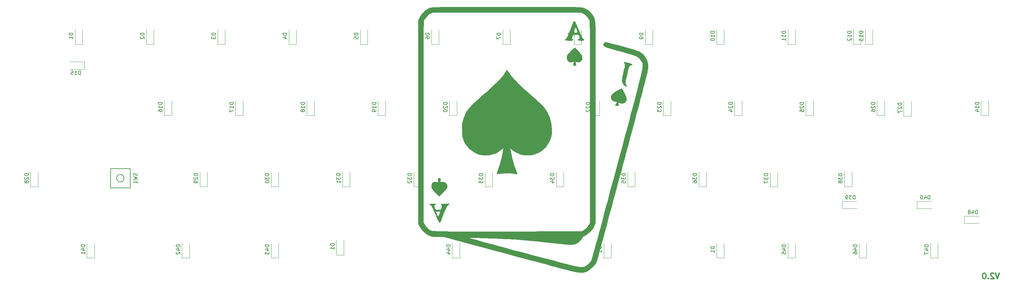
<source format=gbr>
G04 #@! TF.GenerationSoftware,KiCad,Pcbnew,(5.1.2)-1*
G04 #@! TF.CreationDate,2020-02-17T17:37:39-06:00*
G04 #@! TF.ProjectId,SL40,534c3430-2e6b-4696-9361-645f70636258,rev?*
G04 #@! TF.SameCoordinates,Original*
G04 #@! TF.FileFunction,Legend,Bot*
G04 #@! TF.FilePolarity,Positive*
%FSLAX46Y46*%
G04 Gerber Fmt 4.6, Leading zero omitted, Abs format (unit mm)*
G04 Created by KiCad (PCBNEW (5.1.2)-1) date 2020-02-17 17:37:39*
%MOMM*%
%LPD*%
G04 APERTURE LIST*
%ADD10C,0.300000*%
%ADD11C,0.120000*%
%ADD12C,0.150000*%
%ADD13C,0.010000*%
G04 APERTURE END LIST*
D10*
X279304464Y-126178571D02*
X278804464Y-127678571D01*
X278304464Y-126178571D01*
X277875892Y-126321428D02*
X277804464Y-126250000D01*
X277661607Y-126178571D01*
X277304464Y-126178571D01*
X277161607Y-126250000D01*
X277090178Y-126321428D01*
X277018750Y-126464285D01*
X277018750Y-126607142D01*
X277090178Y-126821428D01*
X277947321Y-127678571D01*
X277018750Y-127678571D01*
X276375892Y-127535714D02*
X276304464Y-127607142D01*
X276375892Y-127678571D01*
X276447321Y-127607142D01*
X276375892Y-127535714D01*
X276375892Y-127678571D01*
X275375892Y-126178571D02*
X275233035Y-126178571D01*
X275090178Y-126250000D01*
X275018750Y-126321428D01*
X274947321Y-126464285D01*
X274875892Y-126750000D01*
X274875892Y-127107142D01*
X274947321Y-127392857D01*
X275018750Y-127535714D01*
X275090178Y-127607142D01*
X275233035Y-127678571D01*
X275375892Y-127678571D01*
X275518750Y-127607142D01*
X275590178Y-127535714D01*
X275661607Y-127392857D01*
X275733035Y-127107142D01*
X275733035Y-126750000D01*
X275661607Y-126464285D01*
X275590178Y-126321428D01*
X275518750Y-126250000D01*
X275375892Y-126178571D01*
D11*
X237303750Y-108950000D02*
X241203750Y-108950000D01*
X237303750Y-106950000D02*
X241203750Y-106950000D01*
X237303750Y-108950000D02*
X237303750Y-106950000D01*
X104187500Y-121312500D02*
X102187500Y-121312500D01*
X102187500Y-121312500D02*
X102187500Y-117412500D01*
X104187500Y-121312500D02*
X104187500Y-117412500D01*
X175625000Y-122106250D02*
X173625000Y-122106250D01*
X173625000Y-122106250D02*
X173625000Y-118206250D01*
X175625000Y-122106250D02*
X175625000Y-118206250D01*
X205787500Y-122106250D02*
X205787500Y-118206250D01*
X203787500Y-122106250D02*
X203787500Y-118206250D01*
X205787500Y-122106250D02*
X203787500Y-122106250D01*
X34337500Y-64956250D02*
X34337500Y-61056250D01*
X32337500Y-64956250D02*
X32337500Y-61056250D01*
X34337500Y-64956250D02*
X32337500Y-64956250D01*
X53387500Y-64956250D02*
X53387500Y-61056250D01*
X51387500Y-64956250D02*
X51387500Y-61056250D01*
X53387500Y-64956250D02*
X51387500Y-64956250D01*
X72437500Y-64956250D02*
X72437500Y-61056250D01*
X70437500Y-64956250D02*
X70437500Y-61056250D01*
X72437500Y-64956250D02*
X70437500Y-64956250D01*
X91487500Y-64956250D02*
X91487500Y-61056250D01*
X89487500Y-64956250D02*
X89487500Y-61056250D01*
X91487500Y-64956250D02*
X89487500Y-64956250D01*
X110537500Y-64956250D02*
X110537500Y-61056250D01*
X108537500Y-64956250D02*
X108537500Y-61056250D01*
X110537500Y-64956250D02*
X108537500Y-64956250D01*
X129587500Y-64956250D02*
X129587500Y-61056250D01*
X127587500Y-64956250D02*
X127587500Y-61056250D01*
X129587500Y-64956250D02*
X127587500Y-64956250D01*
X148637500Y-64956250D02*
X148637500Y-61056250D01*
X146637500Y-64956250D02*
X146637500Y-61056250D01*
X148637500Y-64956250D02*
X146637500Y-64956250D01*
X167687500Y-64956250D02*
X167687500Y-61056250D01*
X165687500Y-64956250D02*
X165687500Y-61056250D01*
X167687500Y-64956250D02*
X165687500Y-64956250D01*
X186737500Y-64956250D02*
X186737500Y-61056250D01*
X184737500Y-64956250D02*
X184737500Y-61056250D01*
X186737500Y-64956250D02*
X184737500Y-64956250D01*
X205787500Y-64956250D02*
X205787500Y-61056250D01*
X203787500Y-64956250D02*
X203787500Y-61056250D01*
X205787500Y-64956250D02*
X203787500Y-64956250D01*
X224837500Y-64956250D02*
X224837500Y-61056250D01*
X222837500Y-64956250D02*
X222837500Y-61056250D01*
X224837500Y-64956250D02*
X222837500Y-64956250D01*
X242300000Y-64956250D02*
X242300000Y-61056250D01*
X240300000Y-64956250D02*
X240300000Y-61056250D01*
X242300000Y-64956250D02*
X240300000Y-64956250D01*
X245475000Y-64956250D02*
X245475000Y-61056250D01*
X243475000Y-64956250D02*
X243475000Y-61056250D01*
X245475000Y-64956250D02*
X243475000Y-64956250D01*
X276431250Y-84006250D02*
X276431250Y-80106250D01*
X274431250Y-84006250D02*
X274431250Y-80106250D01*
X276431250Y-84006250D02*
X274431250Y-84006250D01*
X34793750Y-69643750D02*
X30893750Y-69643750D01*
X34793750Y-71643750D02*
X30893750Y-71643750D01*
X34793750Y-69643750D02*
X34793750Y-71643750D01*
X58150000Y-84006250D02*
X58150000Y-80106250D01*
X56150000Y-84006250D02*
X56150000Y-80106250D01*
X58150000Y-84006250D02*
X56150000Y-84006250D01*
X77200000Y-84006250D02*
X77200000Y-80106250D01*
X75200000Y-84006250D02*
X75200000Y-80106250D01*
X77200000Y-84006250D02*
X75200000Y-84006250D01*
X96250000Y-84006250D02*
X96250000Y-80106250D01*
X94250000Y-84006250D02*
X94250000Y-80106250D01*
X96250000Y-84006250D02*
X94250000Y-84006250D01*
X134350000Y-84006250D02*
X134350000Y-80106250D01*
X132350000Y-84006250D02*
X132350000Y-80106250D01*
X134350000Y-84006250D02*
X132350000Y-84006250D01*
X153400000Y-84006250D02*
X153400000Y-80106250D01*
X151400000Y-84006250D02*
X151400000Y-80106250D01*
X153400000Y-84006250D02*
X151400000Y-84006250D01*
X172450000Y-84006250D02*
X172450000Y-80106250D01*
X170450000Y-84006250D02*
X170450000Y-80106250D01*
X172450000Y-84006250D02*
X170450000Y-84006250D01*
X191500000Y-84006250D02*
X191500000Y-80106250D01*
X189500000Y-84006250D02*
X189500000Y-80106250D01*
X191500000Y-84006250D02*
X189500000Y-84006250D01*
X210550000Y-84006250D02*
X210550000Y-80106250D01*
X208550000Y-84006250D02*
X208550000Y-80106250D01*
X210550000Y-84006250D02*
X208550000Y-84006250D01*
X229600000Y-84006250D02*
X229600000Y-80106250D01*
X227600000Y-84006250D02*
X227600000Y-80106250D01*
X229600000Y-84006250D02*
X227600000Y-84006250D01*
X248650000Y-84006250D02*
X248650000Y-80106250D01*
X246650000Y-84006250D02*
X246650000Y-80106250D01*
X248650000Y-84006250D02*
X246650000Y-84006250D01*
X255793750Y-84165000D02*
X255793750Y-80265000D01*
X253793750Y-84165000D02*
X253793750Y-80265000D01*
X255793750Y-84165000D02*
X253793750Y-84165000D01*
X22431250Y-103056250D02*
X22431250Y-99156250D01*
X20431250Y-103056250D02*
X20431250Y-99156250D01*
X22431250Y-103056250D02*
X20431250Y-103056250D01*
X67675000Y-103056250D02*
X67675000Y-99156250D01*
X65675000Y-103056250D02*
X65675000Y-99156250D01*
X67675000Y-103056250D02*
X65675000Y-103056250D01*
X86725000Y-103056250D02*
X86725000Y-99156250D01*
X84725000Y-103056250D02*
X84725000Y-99156250D01*
X86725000Y-103056250D02*
X84725000Y-103056250D01*
X105775000Y-103056250D02*
X105775000Y-99156250D01*
X103775000Y-103056250D02*
X103775000Y-99156250D01*
X105775000Y-103056250D02*
X103775000Y-103056250D01*
X124825000Y-103056250D02*
X124825000Y-99156250D01*
X122825000Y-103056250D02*
X122825000Y-99156250D01*
X124825000Y-103056250D02*
X122825000Y-103056250D01*
X143875000Y-103056250D02*
X143875000Y-99156250D01*
X141875000Y-103056250D02*
X141875000Y-99156250D01*
X143875000Y-103056250D02*
X141875000Y-103056250D01*
X162925000Y-103056250D02*
X162925000Y-99156250D01*
X160925000Y-103056250D02*
X160925000Y-99156250D01*
X162925000Y-103056250D02*
X160925000Y-103056250D01*
X181975000Y-103056250D02*
X181975000Y-99156250D01*
X179975000Y-103056250D02*
X179975000Y-99156250D01*
X181975000Y-103056250D02*
X179975000Y-103056250D01*
X201025000Y-103056250D02*
X201025000Y-99156250D01*
X199025000Y-103056250D02*
X199025000Y-99156250D01*
X201025000Y-103056250D02*
X199025000Y-103056250D01*
X220075000Y-103056250D02*
X220075000Y-99156250D01*
X218075000Y-103056250D02*
X218075000Y-99156250D01*
X220075000Y-103056250D02*
X218075000Y-103056250D01*
X239918750Y-103056250D02*
X239918750Y-99156250D01*
X237918750Y-103056250D02*
X237918750Y-99156250D01*
X239918750Y-103056250D02*
X237918750Y-103056250D01*
X257306250Y-108950000D02*
X261206250Y-108950000D01*
X257306250Y-106950000D02*
X261206250Y-106950000D01*
X257306250Y-108950000D02*
X257306250Y-106950000D01*
X37512500Y-122106250D02*
X37512500Y-118206250D01*
X35512500Y-122106250D02*
X35512500Y-118206250D01*
X37512500Y-122106250D02*
X35512500Y-122106250D01*
X62912500Y-122106250D02*
X62912500Y-118206250D01*
X60912500Y-122106250D02*
X60912500Y-118206250D01*
X62912500Y-122106250D02*
X60912500Y-122106250D01*
X86725000Y-122106250D02*
X86725000Y-118206250D01*
X84725000Y-122106250D02*
X84725000Y-118206250D01*
X86725000Y-122106250D02*
X84725000Y-122106250D01*
X135143750Y-122106250D02*
X135143750Y-118206250D01*
X133143750Y-122106250D02*
X133143750Y-118206250D01*
X135143750Y-122106250D02*
X133143750Y-122106250D01*
X224837500Y-122106250D02*
X224837500Y-118206250D01*
X222837500Y-122106250D02*
X222837500Y-118206250D01*
X224837500Y-122106250D02*
X222837500Y-122106250D01*
X243887500Y-122106250D02*
X243887500Y-118206250D01*
X241887500Y-122106250D02*
X241887500Y-118206250D01*
X243887500Y-122106250D02*
X241887500Y-122106250D01*
X262937500Y-122106250D02*
X262937500Y-118206250D01*
X260937500Y-122106250D02*
X260937500Y-118206250D01*
X262937500Y-122106250D02*
X260937500Y-122106250D01*
X270006250Y-112918750D02*
X273906250Y-112918750D01*
X270006250Y-110918750D02*
X273906250Y-110918750D01*
X270006250Y-112918750D02*
X270006250Y-110918750D01*
X115300000Y-84006250D02*
X115300000Y-80106250D01*
X113300000Y-84006250D02*
X113300000Y-80106250D01*
X115300000Y-84006250D02*
X113300000Y-84006250D01*
D12*
X41850000Y-98206250D02*
X41850000Y-103406250D01*
X41850000Y-103406250D02*
X47050000Y-103406250D01*
X47050000Y-103406250D02*
X47050000Y-98206250D01*
X47050000Y-98206250D02*
X41850000Y-98206250D01*
X45450000Y-100806250D02*
G75*
G03X45450000Y-100806250I-1000000J0D01*
G01*
D13*
G36*
X165715868Y-58720607D02*
G01*
X165646093Y-58797400D01*
X165537354Y-58996609D01*
X165388400Y-59321132D01*
X165197983Y-59773868D01*
X164964853Y-60357716D01*
X164687759Y-61075575D01*
X164594054Y-61322296D01*
X164364792Y-61921211D01*
X164175049Y-62398694D01*
X164016822Y-62770454D01*
X163882111Y-63052204D01*
X163762916Y-63259653D01*
X163651236Y-63408514D01*
X163539070Y-63514496D01*
X163445402Y-63577914D01*
X163293468Y-63685411D01*
X163252356Y-63768253D01*
X163329290Y-63829711D01*
X163531492Y-63873057D01*
X163866186Y-63901565D01*
X164188571Y-63914604D01*
X164669898Y-63922763D01*
X165017419Y-63911890D01*
X165241745Y-63877470D01*
X165353487Y-63814992D01*
X165363253Y-63719941D01*
X165281655Y-63587805D01*
X165192169Y-63487713D01*
X165007660Y-63295126D01*
X165158624Y-62891639D01*
X165257710Y-62657952D01*
X165356192Y-62475178D01*
X165413742Y-62401711D01*
X165542740Y-62356608D01*
X165771907Y-62327891D01*
X166057201Y-62315523D01*
X166354581Y-62319465D01*
X166620004Y-62339679D01*
X166809429Y-62376126D01*
X166865126Y-62402966D01*
X166955037Y-62532496D01*
X167046678Y-62747060D01*
X167123696Y-62993745D01*
X167169733Y-63219636D01*
X167168433Y-63371820D01*
X167166413Y-63377660D01*
X167069348Y-63485107D01*
X166901635Y-63574040D01*
X166722924Y-63661037D01*
X166677957Y-63744208D01*
X166755352Y-63817626D01*
X166943725Y-63875363D01*
X167231695Y-63911492D01*
X167567193Y-63920627D01*
X167857277Y-63913777D01*
X168095781Y-63900622D01*
X168241922Y-63883650D01*
X168261393Y-63878294D01*
X168347043Y-63794617D01*
X168303953Y-63679403D01*
X168139371Y-63551847D01*
X168137803Y-63550953D01*
X168040160Y-63479723D01*
X167939723Y-63369265D01*
X167829863Y-63206383D01*
X167703949Y-62977878D01*
X167555351Y-62670551D01*
X167377440Y-62271205D01*
X167163585Y-61766642D01*
X167114203Y-61646670D01*
X166610393Y-61646670D01*
X166557710Y-61793186D01*
X166447107Y-61843141D01*
X166204871Y-61873691D01*
X165948733Y-61881918D01*
X165732739Y-61868229D01*
X165616341Y-61836886D01*
X165585937Y-61769064D01*
X165602863Y-61619791D01*
X165670734Y-61369535D01*
X165745824Y-61137689D01*
X165870431Y-60771369D01*
X165960698Y-60526818D01*
X166027403Y-60387851D01*
X166081322Y-60338285D01*
X166133233Y-60361935D01*
X166193912Y-60442616D01*
X166201252Y-60453770D01*
X166302977Y-60648377D01*
X166412495Y-60917148D01*
X166512060Y-61208347D01*
X166583928Y-61470237D01*
X166610393Y-61646670D01*
X167114203Y-61646670D01*
X166907155Y-61143664D01*
X166816378Y-60920483D01*
X166549874Y-60271671D01*
X166328014Y-59749954D01*
X166146094Y-59345929D01*
X165999409Y-59050194D01*
X165883257Y-58853346D01*
X165792934Y-58745983D01*
X165723737Y-58718703D01*
X165715868Y-58720607D01*
X165715868Y-58720607D01*
G37*
X165715868Y-58720607D02*
X165646093Y-58797400D01*
X165537354Y-58996609D01*
X165388400Y-59321132D01*
X165197983Y-59773868D01*
X164964853Y-60357716D01*
X164687759Y-61075575D01*
X164594054Y-61322296D01*
X164364792Y-61921211D01*
X164175049Y-62398694D01*
X164016822Y-62770454D01*
X163882111Y-63052204D01*
X163762916Y-63259653D01*
X163651236Y-63408514D01*
X163539070Y-63514496D01*
X163445402Y-63577914D01*
X163293468Y-63685411D01*
X163252356Y-63768253D01*
X163329290Y-63829711D01*
X163531492Y-63873057D01*
X163866186Y-63901565D01*
X164188571Y-63914604D01*
X164669898Y-63922763D01*
X165017419Y-63911890D01*
X165241745Y-63877470D01*
X165353487Y-63814992D01*
X165363253Y-63719941D01*
X165281655Y-63587805D01*
X165192169Y-63487713D01*
X165007660Y-63295126D01*
X165158624Y-62891639D01*
X165257710Y-62657952D01*
X165356192Y-62475178D01*
X165413742Y-62401711D01*
X165542740Y-62356608D01*
X165771907Y-62327891D01*
X166057201Y-62315523D01*
X166354581Y-62319465D01*
X166620004Y-62339679D01*
X166809429Y-62376126D01*
X166865126Y-62402966D01*
X166955037Y-62532496D01*
X167046678Y-62747060D01*
X167123696Y-62993745D01*
X167169733Y-63219636D01*
X167168433Y-63371820D01*
X167166413Y-63377660D01*
X167069348Y-63485107D01*
X166901635Y-63574040D01*
X166722924Y-63661037D01*
X166677957Y-63744208D01*
X166755352Y-63817626D01*
X166943725Y-63875363D01*
X167231695Y-63911492D01*
X167567193Y-63920627D01*
X167857277Y-63913777D01*
X168095781Y-63900622D01*
X168241922Y-63883650D01*
X168261393Y-63878294D01*
X168347043Y-63794617D01*
X168303953Y-63679403D01*
X168139371Y-63551847D01*
X168137803Y-63550953D01*
X168040160Y-63479723D01*
X167939723Y-63369265D01*
X167829863Y-63206383D01*
X167703949Y-62977878D01*
X167555351Y-62670551D01*
X167377440Y-62271205D01*
X167163585Y-61766642D01*
X167114203Y-61646670D01*
X166610393Y-61646670D01*
X166557710Y-61793186D01*
X166447107Y-61843141D01*
X166204871Y-61873691D01*
X165948733Y-61881918D01*
X165732739Y-61868229D01*
X165616341Y-61836886D01*
X165585937Y-61769064D01*
X165602863Y-61619791D01*
X165670734Y-61369535D01*
X165745824Y-61137689D01*
X165870431Y-60771369D01*
X165960698Y-60526818D01*
X166027403Y-60387851D01*
X166081322Y-60338285D01*
X166133233Y-60361935D01*
X166193912Y-60442616D01*
X166201252Y-60453770D01*
X166302977Y-60648377D01*
X166412495Y-60917148D01*
X166512060Y-61208347D01*
X166583928Y-61470237D01*
X166610393Y-61646670D01*
X167114203Y-61646670D01*
X166907155Y-61143664D01*
X166816378Y-60920483D01*
X166549874Y-60271671D01*
X166328014Y-59749954D01*
X166146094Y-59345929D01*
X165999409Y-59050194D01*
X165883257Y-58853346D01*
X165792934Y-58745983D01*
X165723737Y-58718703D01*
X165715868Y-58720607D01*
G36*
X165781517Y-65934945D02*
G01*
X165615016Y-66068918D01*
X165390332Y-66267447D01*
X165128439Y-66510273D01*
X164850311Y-66777139D01*
X164576922Y-67047786D01*
X164329247Y-67301956D01*
X164128261Y-67519391D01*
X163994936Y-67679833D01*
X163964024Y-67725586D01*
X163781878Y-68157072D01*
X163733875Y-68584975D01*
X163817548Y-68989520D01*
X164030435Y-69350932D01*
X164186486Y-69510975D01*
X164492463Y-69687350D01*
X164852437Y-69735791D01*
X165248675Y-69654544D01*
X165327648Y-69623862D01*
X165501156Y-69568652D01*
X165611225Y-69565638D01*
X165623422Y-69575187D01*
X165625252Y-69673711D01*
X165589197Y-69859231D01*
X165554733Y-69985216D01*
X165472970Y-70278091D01*
X165450151Y-70460077D01*
X165497599Y-70557392D01*
X165626641Y-70596256D01*
X165821545Y-70602928D01*
X166193840Y-70602928D01*
X166148688Y-70294499D01*
X166107596Y-70031748D01*
X166064572Y-69782040D01*
X166057752Y-69745510D01*
X166011967Y-69504949D01*
X166283757Y-69618510D01*
X166690831Y-69721304D01*
X167071181Y-69687028D01*
X167407194Y-69521339D01*
X167681259Y-69229899D01*
X167728769Y-69154147D01*
X167847859Y-68818472D01*
X167863844Y-68427534D01*
X167777732Y-68027200D01*
X167700011Y-67844343D01*
X167608054Y-67706302D01*
X167443024Y-67499459D01*
X167224657Y-67244925D01*
X166972690Y-66963807D01*
X166706857Y-66677215D01*
X166446895Y-66406258D01*
X166212540Y-66172046D01*
X166023528Y-65995687D01*
X165899594Y-65898291D01*
X165868860Y-65885785D01*
X165781517Y-65934945D01*
X165781517Y-65934945D01*
G37*
X165781517Y-65934945D02*
X165615016Y-66068918D01*
X165390332Y-66267447D01*
X165128439Y-66510273D01*
X164850311Y-66777139D01*
X164576922Y-67047786D01*
X164329247Y-67301956D01*
X164128261Y-67519391D01*
X163994936Y-67679833D01*
X163964024Y-67725586D01*
X163781878Y-68157072D01*
X163733875Y-68584975D01*
X163817548Y-68989520D01*
X164030435Y-69350932D01*
X164186486Y-69510975D01*
X164492463Y-69687350D01*
X164852437Y-69735791D01*
X165248675Y-69654544D01*
X165327648Y-69623862D01*
X165501156Y-69568652D01*
X165611225Y-69565638D01*
X165623422Y-69575187D01*
X165625252Y-69673711D01*
X165589197Y-69859231D01*
X165554733Y-69985216D01*
X165472970Y-70278091D01*
X165450151Y-70460077D01*
X165497599Y-70557392D01*
X165626641Y-70596256D01*
X165821545Y-70602928D01*
X166193840Y-70602928D01*
X166148688Y-70294499D01*
X166107596Y-70031748D01*
X166064572Y-69782040D01*
X166057752Y-69745510D01*
X166011967Y-69504949D01*
X166283757Y-69618510D01*
X166690831Y-69721304D01*
X167071181Y-69687028D01*
X167407194Y-69521339D01*
X167681259Y-69229899D01*
X167728769Y-69154147D01*
X167847859Y-68818472D01*
X167863844Y-68427534D01*
X167777732Y-68027200D01*
X167700011Y-67844343D01*
X167608054Y-67706302D01*
X167443024Y-67499459D01*
X167224657Y-67244925D01*
X166972690Y-66963807D01*
X166706857Y-66677215D01*
X166446895Y-66406258D01*
X166212540Y-66172046D01*
X166023528Y-65995687D01*
X165899594Y-65898291D01*
X165868860Y-65885785D01*
X165781517Y-65934945D01*
G36*
X147684263Y-71844770D02*
G01*
X147581329Y-71979616D01*
X147448906Y-72192315D01*
X147390712Y-72295484D01*
X147202855Y-72609825D01*
X146964051Y-72970597D01*
X146717331Y-73313622D01*
X146645174Y-73407334D01*
X146391257Y-73709446D01*
X146044500Y-74091043D01*
X145621263Y-74536007D01*
X145137912Y-75028217D01*
X144610809Y-75551551D01*
X144056318Y-76089890D01*
X143490803Y-76627113D01*
X142930626Y-77147100D01*
X142392151Y-77633730D01*
X142047840Y-77936401D01*
X141255553Y-78624973D01*
X140565148Y-79228248D01*
X139967774Y-79754757D01*
X139454574Y-80213032D01*
X139016696Y-80611604D01*
X138645285Y-80959005D01*
X138331489Y-81263765D01*
X138066452Y-81534417D01*
X137841321Y-81779492D01*
X137647243Y-82007521D01*
X137475362Y-82227036D01*
X137316827Y-82446567D01*
X137220030Y-82588402D01*
X136957437Y-83030460D01*
X136686514Y-83575036D01*
X136424058Y-84181699D01*
X136186870Y-84810016D01*
X135991746Y-85419554D01*
X135900926Y-85763316D01*
X135850731Y-85988048D01*
X135814206Y-86198276D01*
X135789964Y-86420741D01*
X135776617Y-86682183D01*
X135772779Y-87009343D01*
X135777061Y-87428961D01*
X135787614Y-87947499D01*
X135804377Y-88547678D01*
X135827103Y-89030259D01*
X135860166Y-89422779D01*
X135907938Y-89752774D01*
X135974793Y-90047781D01*
X136065102Y-90335335D01*
X136183241Y-90642974D01*
X136235784Y-90769550D01*
X136607780Y-91523731D01*
X137056597Y-92184110D01*
X137605314Y-92779962D01*
X138241890Y-93314228D01*
X139024450Y-93837723D01*
X139808525Y-94224474D01*
X140614608Y-94481632D01*
X141463190Y-94616351D01*
X142044964Y-94641641D01*
X143034964Y-94578769D01*
X143967372Y-94385184D01*
X144837847Y-94062484D01*
X145642050Y-93612265D01*
X146353556Y-93056267D01*
X146815862Y-92636656D01*
X146765226Y-93031649D01*
X146652514Y-93752234D01*
X146489041Y-94572622D01*
X146283070Y-95460013D01*
X146042864Y-96381613D01*
X145776685Y-97304622D01*
X145492798Y-98196244D01*
X145383645Y-98515291D01*
X145233552Y-98933558D01*
X145128213Y-99237808D01*
X145081660Y-99443332D01*
X145107928Y-99565421D01*
X145221048Y-99619365D01*
X145435054Y-99620456D01*
X145763978Y-99583982D01*
X146221854Y-99525236D01*
X146301633Y-99515555D01*
X147317363Y-99441318D01*
X148383927Y-99449232D01*
X149440482Y-99536842D01*
X150310859Y-99677341D01*
X150455088Y-99692904D01*
X150487124Y-99649179D01*
X150477586Y-99621516D01*
X150206567Y-98956821D01*
X149927984Y-98177095D01*
X149650637Y-97311525D01*
X149383328Y-96389299D01*
X149134856Y-95439601D01*
X148914021Y-94491620D01*
X148872673Y-94298772D01*
X148764074Y-93781887D01*
X148683243Y-93390386D01*
X148627175Y-93107812D01*
X148592864Y-92917704D01*
X148577307Y-92803605D01*
X148577498Y-92749056D01*
X148587555Y-92737214D01*
X148652411Y-92779365D01*
X148804102Y-92892563D01*
X149016333Y-93056927D01*
X149151107Y-93163336D01*
X149929042Y-93713829D01*
X150713141Y-94127554D01*
X151524750Y-94412092D01*
X152385215Y-94575023D01*
X153265054Y-94624071D01*
X154251482Y-94558540D01*
X155177114Y-94361405D01*
X156044086Y-94031852D01*
X156854532Y-93569069D01*
X157610587Y-92972242D01*
X157617559Y-92965887D01*
X158270319Y-92275246D01*
X158801102Y-91507525D01*
X159209193Y-90665403D01*
X159493878Y-89751559D01*
X159654445Y-88768671D01*
X159690178Y-87719419D01*
X159600366Y-86606481D01*
X159490826Y-85934721D01*
X159313428Y-85151241D01*
X159088665Y-84439698D01*
X158793864Y-83734708D01*
X158570651Y-83281293D01*
X158381319Y-82931463D01*
X158180071Y-82598796D01*
X157956540Y-82272127D01*
X157700362Y-81940290D01*
X157401171Y-81592121D01*
X157048601Y-81216454D01*
X156632289Y-80802125D01*
X156141868Y-80337968D01*
X155566973Y-79812818D01*
X154897239Y-79215509D01*
X154345821Y-78730411D01*
X153254853Y-77766158D01*
X152279657Y-76886091D01*
X151418776Y-76088819D01*
X150670753Y-75372949D01*
X150034133Y-74737087D01*
X149507457Y-74179842D01*
X149108863Y-73723500D01*
X148929215Y-73495460D01*
X148702077Y-73190417D01*
X148459844Y-72852547D01*
X148283986Y-72598642D01*
X148088325Y-72312193D01*
X147920398Y-72068659D01*
X147798074Y-71893801D01*
X147739223Y-71813375D01*
X147739213Y-71813364D01*
X147684263Y-71844770D01*
X147684263Y-71844770D01*
G37*
X147684263Y-71844770D02*
X147581329Y-71979616D01*
X147448906Y-72192315D01*
X147390712Y-72295484D01*
X147202855Y-72609825D01*
X146964051Y-72970597D01*
X146717331Y-73313622D01*
X146645174Y-73407334D01*
X146391257Y-73709446D01*
X146044500Y-74091043D01*
X145621263Y-74536007D01*
X145137912Y-75028217D01*
X144610809Y-75551551D01*
X144056318Y-76089890D01*
X143490803Y-76627113D01*
X142930626Y-77147100D01*
X142392151Y-77633730D01*
X142047840Y-77936401D01*
X141255553Y-78624973D01*
X140565148Y-79228248D01*
X139967774Y-79754757D01*
X139454574Y-80213032D01*
X139016696Y-80611604D01*
X138645285Y-80959005D01*
X138331489Y-81263765D01*
X138066452Y-81534417D01*
X137841321Y-81779492D01*
X137647243Y-82007521D01*
X137475362Y-82227036D01*
X137316827Y-82446567D01*
X137220030Y-82588402D01*
X136957437Y-83030460D01*
X136686514Y-83575036D01*
X136424058Y-84181699D01*
X136186870Y-84810016D01*
X135991746Y-85419554D01*
X135900926Y-85763316D01*
X135850731Y-85988048D01*
X135814206Y-86198276D01*
X135789964Y-86420741D01*
X135776617Y-86682183D01*
X135772779Y-87009343D01*
X135777061Y-87428961D01*
X135787614Y-87947499D01*
X135804377Y-88547678D01*
X135827103Y-89030259D01*
X135860166Y-89422779D01*
X135907938Y-89752774D01*
X135974793Y-90047781D01*
X136065102Y-90335335D01*
X136183241Y-90642974D01*
X136235784Y-90769550D01*
X136607780Y-91523731D01*
X137056597Y-92184110D01*
X137605314Y-92779962D01*
X138241890Y-93314228D01*
X139024450Y-93837723D01*
X139808525Y-94224474D01*
X140614608Y-94481632D01*
X141463190Y-94616351D01*
X142044964Y-94641641D01*
X143034964Y-94578769D01*
X143967372Y-94385184D01*
X144837847Y-94062484D01*
X145642050Y-93612265D01*
X146353556Y-93056267D01*
X146815862Y-92636656D01*
X146765226Y-93031649D01*
X146652514Y-93752234D01*
X146489041Y-94572622D01*
X146283070Y-95460013D01*
X146042864Y-96381613D01*
X145776685Y-97304622D01*
X145492798Y-98196244D01*
X145383645Y-98515291D01*
X145233552Y-98933558D01*
X145128213Y-99237808D01*
X145081660Y-99443332D01*
X145107928Y-99565421D01*
X145221048Y-99619365D01*
X145435054Y-99620456D01*
X145763978Y-99583982D01*
X146221854Y-99525236D01*
X146301633Y-99515555D01*
X147317363Y-99441318D01*
X148383927Y-99449232D01*
X149440482Y-99536842D01*
X150310859Y-99677341D01*
X150455088Y-99692904D01*
X150487124Y-99649179D01*
X150477586Y-99621516D01*
X150206567Y-98956821D01*
X149927984Y-98177095D01*
X149650637Y-97311525D01*
X149383328Y-96389299D01*
X149134856Y-95439601D01*
X148914021Y-94491620D01*
X148872673Y-94298772D01*
X148764074Y-93781887D01*
X148683243Y-93390386D01*
X148627175Y-93107812D01*
X148592864Y-92917704D01*
X148577307Y-92803605D01*
X148577498Y-92749056D01*
X148587555Y-92737214D01*
X148652411Y-92779365D01*
X148804102Y-92892563D01*
X149016333Y-93056927D01*
X149151107Y-93163336D01*
X149929042Y-93713829D01*
X150713141Y-94127554D01*
X151524750Y-94412092D01*
X152385215Y-94575023D01*
X153265054Y-94624071D01*
X154251482Y-94558540D01*
X155177114Y-94361405D01*
X156044086Y-94031852D01*
X156854532Y-93569069D01*
X157610587Y-92972242D01*
X157617559Y-92965887D01*
X158270319Y-92275246D01*
X158801102Y-91507525D01*
X159209193Y-90665403D01*
X159493878Y-89751559D01*
X159654445Y-88768671D01*
X159690178Y-87719419D01*
X159600366Y-86606481D01*
X159490826Y-85934721D01*
X159313428Y-85151241D01*
X159088665Y-84439698D01*
X158793864Y-83734708D01*
X158570651Y-83281293D01*
X158381319Y-82931463D01*
X158180071Y-82598796D01*
X157956540Y-82272127D01*
X157700362Y-81940290D01*
X157401171Y-81592121D01*
X157048601Y-81216454D01*
X156632289Y-80802125D01*
X156141868Y-80337968D01*
X155566973Y-79812818D01*
X154897239Y-79215509D01*
X154345821Y-78730411D01*
X153254853Y-77766158D01*
X152279657Y-76886091D01*
X151418776Y-76088819D01*
X150670753Y-75372949D01*
X150034133Y-74737087D01*
X149507457Y-74179842D01*
X149108863Y-73723500D01*
X148929215Y-73495460D01*
X148702077Y-73190417D01*
X148459844Y-72852547D01*
X148283986Y-72598642D01*
X148088325Y-72312193D01*
X147920398Y-72068659D01*
X147798074Y-71893801D01*
X147739223Y-71813375D01*
X147739213Y-71813364D01*
X147684263Y-71844770D01*
G36*
X129477466Y-100808898D02*
G01*
X129364017Y-100874531D01*
X129319256Y-101014839D01*
X129331246Y-101255119D01*
X129359957Y-101453089D01*
X129394433Y-101691525D01*
X129397472Y-101815852D01*
X129365803Y-101854342D01*
X129314875Y-101842955D01*
X128989580Y-101765618D01*
X128633027Y-101758431D01*
X128285794Y-101814086D01*
X127988458Y-101925276D01*
X127781597Y-102084692D01*
X127753063Y-102124224D01*
X127670043Y-102338093D01*
X127615249Y-102638416D01*
X127593993Y-102968327D01*
X127611589Y-103270956D01*
X127634976Y-103388283D01*
X127727068Y-103579445D01*
X127910787Y-103842244D01*
X128166859Y-104154680D01*
X128476014Y-104494750D01*
X128818980Y-104840456D01*
X129176484Y-105169795D01*
X129255074Y-105237785D01*
X129653863Y-105578481D01*
X130563783Y-104708705D01*
X131008972Y-104268566D01*
X131345017Y-103897290D01*
X131579817Y-103577898D01*
X131721267Y-103293416D01*
X131777265Y-103026866D01*
X131755707Y-102761272D01*
X131664490Y-102479657D01*
X131633590Y-102408856D01*
X131416820Y-102095952D01*
X131108791Y-101875745D01*
X130739658Y-101761400D01*
X130339576Y-101766083D01*
X130220658Y-101791962D01*
X130027540Y-101833617D01*
X129897952Y-101843481D01*
X129878666Y-101838387D01*
X129869269Y-101757614D01*
X129897725Y-101581493D01*
X129940297Y-101412222D01*
X130009716Y-101117263D01*
X130008259Y-100931219D01*
X129926040Y-100831298D01*
X129753170Y-100794707D01*
X129671536Y-100792642D01*
X129477466Y-100808898D01*
X129477466Y-100808898D01*
G37*
X129477466Y-100808898D02*
X129364017Y-100874531D01*
X129319256Y-101014839D01*
X129331246Y-101255119D01*
X129359957Y-101453089D01*
X129394433Y-101691525D01*
X129397472Y-101815852D01*
X129365803Y-101854342D01*
X129314875Y-101842955D01*
X128989580Y-101765618D01*
X128633027Y-101758431D01*
X128285794Y-101814086D01*
X127988458Y-101925276D01*
X127781597Y-102084692D01*
X127753063Y-102124224D01*
X127670043Y-102338093D01*
X127615249Y-102638416D01*
X127593993Y-102968327D01*
X127611589Y-103270956D01*
X127634976Y-103388283D01*
X127727068Y-103579445D01*
X127910787Y-103842244D01*
X128166859Y-104154680D01*
X128476014Y-104494750D01*
X128818980Y-104840456D01*
X129176484Y-105169795D01*
X129255074Y-105237785D01*
X129653863Y-105578481D01*
X130563783Y-104708705D01*
X131008972Y-104268566D01*
X131345017Y-103897290D01*
X131579817Y-103577898D01*
X131721267Y-103293416D01*
X131777265Y-103026866D01*
X131755707Y-102761272D01*
X131664490Y-102479657D01*
X131633590Y-102408856D01*
X131416820Y-102095952D01*
X131108791Y-101875745D01*
X130739658Y-101761400D01*
X130339576Y-101766083D01*
X130220658Y-101791962D01*
X130027540Y-101833617D01*
X129897952Y-101843481D01*
X129878666Y-101838387D01*
X129869269Y-101757614D01*
X129897725Y-101581493D01*
X129940297Y-101412222D01*
X130009716Y-101117263D01*
X130008259Y-100931219D01*
X129926040Y-100831298D01*
X129753170Y-100794707D01*
X129671536Y-100792642D01*
X129477466Y-100808898D01*
G36*
X130829284Y-107618157D02*
G01*
X130504776Y-107628635D01*
X130262336Y-107644408D01*
X130126871Y-107664092D01*
X130106964Y-107675680D01*
X130155489Y-107765260D01*
X130252107Y-107868357D01*
X130355205Y-108011199D01*
X130384575Y-108203644D01*
X130339612Y-108471012D01*
X130229576Y-108811785D01*
X130070530Y-109247214D01*
X129520353Y-109268190D01*
X129223292Y-109268725D01*
X128958893Y-109250409D01*
X128781212Y-109217147D01*
X128773059Y-109214223D01*
X128583365Y-109066877D01*
X128434411Y-108791757D01*
X128332849Y-108402175D01*
X128317563Y-108302705D01*
X128296376Y-108100713D01*
X128324092Y-107989222D01*
X128428684Y-107915109D01*
X128549308Y-107862581D01*
X128716493Y-107774338D01*
X128745628Y-107706209D01*
X128635258Y-107657615D01*
X128383928Y-107627979D01*
X127990182Y-107616723D01*
X127929821Y-107616579D01*
X127539149Y-107622576D01*
X127282792Y-107644151D01*
X127150278Y-107686680D01*
X127131138Y-107755539D01*
X127214903Y-107856104D01*
X127310863Y-107934405D01*
X127447347Y-108062864D01*
X127591204Y-108251032D01*
X127749502Y-108512362D01*
X127929312Y-108860303D01*
X128137703Y-109308308D01*
X128381747Y-109869827D01*
X128590799Y-110369610D01*
X128844033Y-110969771D01*
X129077790Y-111499180D01*
X129286107Y-111945647D01*
X129463020Y-112296983D01*
X129602568Y-112540999D01*
X129698785Y-112665506D01*
X129720276Y-112678366D01*
X129790993Y-112630039D01*
X129896744Y-112480020D01*
X130015400Y-112260030D01*
X130022618Y-112244937D01*
X130117202Y-112031511D01*
X130249969Y-111712344D01*
X130408702Y-111317805D01*
X130581188Y-110878264D01*
X130755209Y-110424092D01*
X130758712Y-110414829D01*
X130984241Y-109824082D01*
X131012963Y-109751420D01*
X129889250Y-109751420D01*
X129864404Y-109894101D01*
X129799205Y-110110341D01*
X129707656Y-110365374D01*
X129603763Y-110624430D01*
X129501532Y-110852742D01*
X129414967Y-111015542D01*
X129358074Y-111078061D01*
X129355030Y-111077629D01*
X129293478Y-111002678D01*
X129195718Y-110823248D01*
X129077732Y-110570294D01*
X129006697Y-110402988D01*
X128891815Y-110119114D01*
X128800491Y-109886292D01*
X128745198Y-109736699D01*
X128734555Y-109700785D01*
X128798239Y-109675537D01*
X128973201Y-109656512D01*
X129225608Y-109646917D01*
X129308678Y-109646357D01*
X129608860Y-109651866D01*
X129788913Y-109671373D01*
X129873538Y-109709347D01*
X129889250Y-109751420D01*
X131012963Y-109751420D01*
X131171128Y-109351301D01*
X131328814Y-108977506D01*
X131466740Y-108683717D01*
X131594348Y-108450954D01*
X131721078Y-108260237D01*
X131856373Y-108092585D01*
X131980266Y-107959071D01*
X132314936Y-107614357D01*
X131210950Y-107614357D01*
X130829284Y-107618157D01*
X130829284Y-107618157D01*
G37*
X130829284Y-107618157D02*
X130504776Y-107628635D01*
X130262336Y-107644408D01*
X130126871Y-107664092D01*
X130106964Y-107675680D01*
X130155489Y-107765260D01*
X130252107Y-107868357D01*
X130355205Y-108011199D01*
X130384575Y-108203644D01*
X130339612Y-108471012D01*
X130229576Y-108811785D01*
X130070530Y-109247214D01*
X129520353Y-109268190D01*
X129223292Y-109268725D01*
X128958893Y-109250409D01*
X128781212Y-109217147D01*
X128773059Y-109214223D01*
X128583365Y-109066877D01*
X128434411Y-108791757D01*
X128332849Y-108402175D01*
X128317563Y-108302705D01*
X128296376Y-108100713D01*
X128324092Y-107989222D01*
X128428684Y-107915109D01*
X128549308Y-107862581D01*
X128716493Y-107774338D01*
X128745628Y-107706209D01*
X128635258Y-107657615D01*
X128383928Y-107627979D01*
X127990182Y-107616723D01*
X127929821Y-107616579D01*
X127539149Y-107622576D01*
X127282792Y-107644151D01*
X127150278Y-107686680D01*
X127131138Y-107755539D01*
X127214903Y-107856104D01*
X127310863Y-107934405D01*
X127447347Y-108062864D01*
X127591204Y-108251032D01*
X127749502Y-108512362D01*
X127929312Y-108860303D01*
X128137703Y-109308308D01*
X128381747Y-109869827D01*
X128590799Y-110369610D01*
X128844033Y-110969771D01*
X129077790Y-111499180D01*
X129286107Y-111945647D01*
X129463020Y-112296983D01*
X129602568Y-112540999D01*
X129698785Y-112665506D01*
X129720276Y-112678366D01*
X129790993Y-112630039D01*
X129896744Y-112480020D01*
X130015400Y-112260030D01*
X130022618Y-112244937D01*
X130117202Y-112031511D01*
X130249969Y-111712344D01*
X130408702Y-111317805D01*
X130581188Y-110878264D01*
X130755209Y-110424092D01*
X130758712Y-110414829D01*
X130984241Y-109824082D01*
X131012963Y-109751420D01*
X129889250Y-109751420D01*
X129864404Y-109894101D01*
X129799205Y-110110341D01*
X129707656Y-110365374D01*
X129603763Y-110624430D01*
X129501532Y-110852742D01*
X129414967Y-111015542D01*
X129358074Y-111078061D01*
X129355030Y-111077629D01*
X129293478Y-111002678D01*
X129195718Y-110823248D01*
X129077732Y-110570294D01*
X129006697Y-110402988D01*
X128891815Y-110119114D01*
X128800491Y-109886292D01*
X128745198Y-109736699D01*
X128734555Y-109700785D01*
X128798239Y-109675537D01*
X128973201Y-109656512D01*
X129225608Y-109646917D01*
X129308678Y-109646357D01*
X129608860Y-109651866D01*
X129788913Y-109671373D01*
X129873538Y-109709347D01*
X129889250Y-109751420D01*
X131012963Y-109751420D01*
X131171128Y-109351301D01*
X131328814Y-108977506D01*
X131466740Y-108683717D01*
X131594348Y-108450954D01*
X131721078Y-108260237D01*
X131856373Y-108092585D01*
X131980266Y-107959071D01*
X132314936Y-107614357D01*
X131210950Y-107614357D01*
X130829284Y-107618157D01*
G36*
X179066485Y-69742435D02*
G01*
X179021721Y-69786499D01*
X179063542Y-69876577D01*
X179162223Y-70018475D01*
X179165250Y-70022357D01*
X179235230Y-70131243D01*
X179278836Y-70258995D01*
X179294201Y-70423842D01*
X179279457Y-70644010D01*
X179232739Y-70937728D01*
X179152180Y-71323222D01*
X179035913Y-71818721D01*
X178942145Y-72201006D01*
X178794940Y-72823314D01*
X178675724Y-73385581D01*
X178589138Y-73863810D01*
X178539826Y-74234004D01*
X178533461Y-74313006D01*
X178516957Y-74625483D01*
X178521507Y-74841977D01*
X178555191Y-75011065D01*
X178626090Y-75181326D01*
X178702137Y-75327124D01*
X178871353Y-75599350D01*
X179073241Y-75866952D01*
X179183393Y-75989475D01*
X179385803Y-76159418D01*
X179564087Y-76249631D01*
X179692576Y-76252710D01*
X179745598Y-76161249D01*
X179745821Y-76151704D01*
X179704987Y-76022526D01*
X179604521Y-75849146D01*
X179582536Y-75818289D01*
X179488244Y-75639714D01*
X179433980Y-75405378D01*
X179421170Y-75103874D01*
X179451239Y-74723799D01*
X179525614Y-74253746D01*
X179645719Y-73682311D01*
X179812980Y-72998088D01*
X180028824Y-72189672D01*
X180042165Y-72141263D01*
X180182169Y-71640974D01*
X180295418Y-71262489D01*
X180391569Y-70987110D01*
X180480285Y-70796142D01*
X180571224Y-70670886D01*
X180674045Y-70592646D01*
X180798410Y-70542726D01*
X180879506Y-70520563D01*
X181090973Y-70453008D01*
X181189719Y-70382028D01*
X181170509Y-70304150D01*
X181028110Y-70215900D01*
X180757290Y-70113804D01*
X180352816Y-69994389D01*
X179915158Y-69880461D01*
X179505636Y-69785845D01*
X179225185Y-69740093D01*
X179066485Y-69742435D01*
X179066485Y-69742435D01*
G37*
X179066485Y-69742435D02*
X179021721Y-69786499D01*
X179063542Y-69876577D01*
X179162223Y-70018475D01*
X179165250Y-70022357D01*
X179235230Y-70131243D01*
X179278836Y-70258995D01*
X179294201Y-70423842D01*
X179279457Y-70644010D01*
X179232739Y-70937728D01*
X179152180Y-71323222D01*
X179035913Y-71818721D01*
X178942145Y-72201006D01*
X178794940Y-72823314D01*
X178675724Y-73385581D01*
X178589138Y-73863810D01*
X178539826Y-74234004D01*
X178533461Y-74313006D01*
X178516957Y-74625483D01*
X178521507Y-74841977D01*
X178555191Y-75011065D01*
X178626090Y-75181326D01*
X178702137Y-75327124D01*
X178871353Y-75599350D01*
X179073241Y-75866952D01*
X179183393Y-75989475D01*
X179385803Y-76159418D01*
X179564087Y-76249631D01*
X179692576Y-76252710D01*
X179745598Y-76161249D01*
X179745821Y-76151704D01*
X179704987Y-76022526D01*
X179604521Y-75849146D01*
X179582536Y-75818289D01*
X179488244Y-75639714D01*
X179433980Y-75405378D01*
X179421170Y-75103874D01*
X179451239Y-74723799D01*
X179525614Y-74253746D01*
X179645719Y-73682311D01*
X179812980Y-72998088D01*
X180028824Y-72189672D01*
X180042165Y-72141263D01*
X180182169Y-71640974D01*
X180295418Y-71262489D01*
X180391569Y-70987110D01*
X180480285Y-70796142D01*
X180571224Y-70670886D01*
X180674045Y-70592646D01*
X180798410Y-70542726D01*
X180879506Y-70520563D01*
X181090973Y-70453008D01*
X181189719Y-70382028D01*
X181170509Y-70304150D01*
X181028110Y-70215900D01*
X180757290Y-70113804D01*
X180352816Y-69994389D01*
X179915158Y-69880461D01*
X179505636Y-69785845D01*
X179225185Y-69740093D01*
X179066485Y-69742435D01*
G36*
X178178130Y-76878459D02*
G01*
X177928948Y-76987506D01*
X177625929Y-77137502D01*
X177291898Y-77316050D01*
X176949678Y-77510750D01*
X176622095Y-77709204D01*
X176331972Y-77899012D01*
X176102133Y-78067776D01*
X176017384Y-78139996D01*
X175795368Y-78410923D01*
X175627375Y-78742582D01*
X175542917Y-79072654D01*
X175538272Y-79151818D01*
X175603943Y-79491662D01*
X175787359Y-79798189D01*
X176061202Y-80042806D01*
X176398152Y-80196918D01*
X176568104Y-80229687D01*
X176881033Y-80264477D01*
X177066771Y-80301184D01*
X177141483Y-80364423D01*
X177121335Y-80478809D01*
X177022493Y-80668957D01*
X176945914Y-80804959D01*
X176822260Y-81034672D01*
X176737169Y-81209567D01*
X176706311Y-81297028D01*
X176707620Y-81300885D01*
X176788303Y-81320488D01*
X176969637Y-81347980D01*
X177150333Y-81370215D01*
X177566559Y-81417090D01*
X177522675Y-80997224D01*
X177510579Y-80685946D01*
X177556205Y-80505263D01*
X177663886Y-80450802D01*
X177837956Y-80518188D01*
X177933331Y-80582824D01*
X178256336Y-80737229D01*
X178610160Y-80760625D01*
X178970826Y-80656405D01*
X179314360Y-80427963D01*
X179366223Y-80380025D01*
X179573234Y-80124678D01*
X179687117Y-79838115D01*
X179705990Y-79507580D01*
X179627972Y-79120315D01*
X179451184Y-78663563D01*
X179173743Y-78124567D01*
X178986223Y-77802813D01*
X178792278Y-77478078D01*
X178625785Y-77194914D01*
X178500976Y-76977862D01*
X178432082Y-76851462D01*
X178423687Y-76832812D01*
X178350651Y-76822762D01*
X178178130Y-76878459D01*
X178178130Y-76878459D01*
G37*
X178178130Y-76878459D02*
X177928948Y-76987506D01*
X177625929Y-77137502D01*
X177291898Y-77316050D01*
X176949678Y-77510750D01*
X176622095Y-77709204D01*
X176331972Y-77899012D01*
X176102133Y-78067776D01*
X176017384Y-78139996D01*
X175795368Y-78410923D01*
X175627375Y-78742582D01*
X175542917Y-79072654D01*
X175538272Y-79151818D01*
X175603943Y-79491662D01*
X175787359Y-79798189D01*
X176061202Y-80042806D01*
X176398152Y-80196918D01*
X176568104Y-80229687D01*
X176881033Y-80264477D01*
X177066771Y-80301184D01*
X177141483Y-80364423D01*
X177121335Y-80478809D01*
X177022493Y-80668957D01*
X176945914Y-80804959D01*
X176822260Y-81034672D01*
X176737169Y-81209567D01*
X176706311Y-81297028D01*
X176707620Y-81300885D01*
X176788303Y-81320488D01*
X176969637Y-81347980D01*
X177150333Y-81370215D01*
X177566559Y-81417090D01*
X177522675Y-80997224D01*
X177510579Y-80685946D01*
X177556205Y-80505263D01*
X177663886Y-80450802D01*
X177837956Y-80518188D01*
X177933331Y-80582824D01*
X178256336Y-80737229D01*
X178610160Y-80760625D01*
X178970826Y-80656405D01*
X179314360Y-80427963D01*
X179366223Y-80380025D01*
X179573234Y-80124678D01*
X179687117Y-79838115D01*
X179705990Y-79507580D01*
X179627972Y-79120315D01*
X179451184Y-78663563D01*
X179173743Y-78124567D01*
X178986223Y-77802813D01*
X178792278Y-77478078D01*
X178625785Y-77194914D01*
X178500976Y-76977862D01*
X178432082Y-76851462D01*
X178423687Y-76832812D01*
X178350651Y-76822762D01*
X178178130Y-76878459D01*
G36*
X146268755Y-54935942D02*
G01*
X144812163Y-54936552D01*
X143372264Y-54937632D01*
X141957903Y-54939180D01*
X140577926Y-54941197D01*
X139241179Y-54943681D01*
X137956505Y-54946634D01*
X136732751Y-54950055D01*
X135578761Y-54953943D01*
X134503382Y-54958299D01*
X133515458Y-54963122D01*
X132623834Y-54968412D01*
X131837356Y-54974169D01*
X131164869Y-54980393D01*
X130615219Y-54987084D01*
X130197250Y-54994241D01*
X130034393Y-54998161D01*
X129335580Y-55018906D01*
X128763174Y-55040173D01*
X128298453Y-55064564D01*
X127922693Y-55094681D01*
X127617175Y-55133126D01*
X127363175Y-55182503D01*
X127141972Y-55245414D01*
X126934844Y-55324461D01*
X126723069Y-55422246D01*
X126622467Y-55472449D01*
X125960084Y-55882029D01*
X125379505Y-56401059D01*
X124874128Y-57036672D01*
X124437353Y-57796001D01*
X124399089Y-57875039D01*
X124083536Y-58536578D01*
X124083536Y-112988667D01*
X124332459Y-113492343D01*
X124488832Y-113791509D01*
X124657608Y-114087860D01*
X124799352Y-114312828D01*
X125055661Y-114632090D01*
X125399536Y-114986949D01*
X125791654Y-115342541D01*
X126192689Y-115664003D01*
X126563316Y-115916470D01*
X126687573Y-115986840D01*
X127015571Y-116144678D01*
X127339813Y-116265180D01*
X127686953Y-116352873D01*
X128083643Y-116412280D01*
X128556534Y-116447925D01*
X129132279Y-116464333D01*
X129514975Y-116466811D01*
X130846129Y-116468071D01*
X139892689Y-118894483D01*
X142160435Y-119502691D01*
X144292272Y-120074378D01*
X146292464Y-120610676D01*
X148165278Y-121112722D01*
X149914975Y-121581650D01*
X151545821Y-122018594D01*
X153062081Y-122424690D01*
X154468018Y-122801072D01*
X155767896Y-123148874D01*
X156965981Y-123469232D01*
X158066536Y-123763280D01*
X159073825Y-124032153D01*
X159992114Y-124276986D01*
X160825666Y-124498913D01*
X161578745Y-124699070D01*
X162255616Y-124878590D01*
X162860544Y-125038609D01*
X163397792Y-125180261D01*
X163871624Y-125304682D01*
X164286306Y-125413005D01*
X164646101Y-125506366D01*
X164955274Y-125585899D01*
X165218089Y-125652738D01*
X165438811Y-125708020D01*
X165621702Y-125752878D01*
X165771029Y-125788447D01*
X165891055Y-125815863D01*
X165957250Y-125830244D01*
X166584173Y-125940579D01*
X167190040Y-126005076D01*
X167744012Y-126022426D01*
X168215247Y-125991322D01*
X168488269Y-125937553D01*
X169055561Y-125732625D01*
X169595215Y-125437828D01*
X170133521Y-125036570D01*
X170611199Y-124597882D01*
X170969730Y-124229974D01*
X171237271Y-123917279D01*
X171436589Y-123624864D01*
X171590451Y-123317798D01*
X171721623Y-122961148D01*
X171762230Y-122831811D01*
X171839964Y-122568056D01*
X171953789Y-122168629D01*
X172102462Y-121638120D01*
X172284741Y-120981116D01*
X172499383Y-120202206D01*
X172745149Y-119305979D01*
X173020795Y-118297024D01*
X173325080Y-117179928D01*
X173656761Y-115959280D01*
X174014598Y-114639669D01*
X174397348Y-113225683D01*
X174803769Y-111721911D01*
X175232620Y-110132941D01*
X175682659Y-108463362D01*
X176152644Y-106717762D01*
X176641333Y-104900730D01*
X177147484Y-103016854D01*
X177669855Y-101070722D01*
X178207205Y-99066924D01*
X178758292Y-97010047D01*
X179321874Y-94904681D01*
X179445491Y-94442642D01*
X180014454Y-92315325D01*
X180546853Y-90323518D01*
X181043879Y-88462588D01*
X181506726Y-86727900D01*
X181936587Y-85114818D01*
X182334654Y-83618708D01*
X182702120Y-82234936D01*
X183040178Y-80958867D01*
X183350020Y-79785866D01*
X183632840Y-78711299D01*
X183889830Y-77730530D01*
X184122183Y-76838925D01*
X184331092Y-76031849D01*
X184517749Y-75304668D01*
X184683348Y-74652748D01*
X184829080Y-74071452D01*
X184956140Y-73556147D01*
X185065719Y-73102198D01*
X185159011Y-72704969D01*
X185237207Y-72359828D01*
X185301502Y-72062138D01*
X185353087Y-71807265D01*
X185393156Y-71590575D01*
X185422901Y-71407432D01*
X185443516Y-71253203D01*
X185456192Y-71123251D01*
X185459444Y-71074642D01*
X185457738Y-70489550D01*
X185374521Y-69945041D01*
X185199235Y-69391045D01*
X185015761Y-68970071D01*
X184615144Y-68261584D01*
X184144608Y-67677596D01*
X183598849Y-67212636D01*
X182972561Y-66861235D01*
X182968524Y-66859446D01*
X182597558Y-66709200D01*
X182116737Y-66538451D01*
X181521432Y-66345839D01*
X180807013Y-66129999D01*
X179968853Y-65889572D01*
X179002320Y-65623193D01*
X177902788Y-65329500D01*
X176734107Y-65024801D01*
X176046353Y-64846684D01*
X175485316Y-64701331D01*
X175036752Y-64586908D01*
X174686421Y-64501580D01*
X174420079Y-64443512D01*
X174223485Y-64410871D01*
X174082395Y-64401822D01*
X173982568Y-64414531D01*
X173909761Y-64447162D01*
X173849732Y-64497882D01*
X173788239Y-64564857D01*
X173720712Y-64636675D01*
X173558327Y-64807255D01*
X173483774Y-64925030D01*
X173478778Y-65036236D01*
X173514752Y-65157773D01*
X173552715Y-65252221D01*
X173603798Y-65338524D01*
X173678080Y-65420275D01*
X173785640Y-65501071D01*
X173936558Y-65584504D01*
X174140911Y-65674170D01*
X174408779Y-65773663D01*
X174750241Y-65886577D01*
X175175375Y-66016508D01*
X175694261Y-66167050D01*
X176316977Y-66341797D01*
X177053603Y-66544344D01*
X177914216Y-66778285D01*
X178512107Y-66940029D01*
X179251642Y-67142083D01*
X179938086Y-67333940D01*
X180557478Y-67511458D01*
X181095858Y-67670494D01*
X181539266Y-67806905D01*
X181873741Y-67916548D01*
X182085323Y-67995280D01*
X182119138Y-68010492D01*
X182706093Y-68372054D01*
X183226512Y-68851190D01*
X183658642Y-69427414D01*
X183704361Y-69503529D01*
X183862824Y-69783505D01*
X183958864Y-69991639D01*
X184007876Y-70178607D01*
X184025259Y-70395082D01*
X184026905Y-70565125D01*
X184023667Y-70711069D01*
X184013497Y-70874193D01*
X183995190Y-71059273D01*
X183967544Y-71271083D01*
X183929356Y-71514400D01*
X183879423Y-71794000D01*
X183816541Y-72114657D01*
X183739508Y-72481149D01*
X183647120Y-72898249D01*
X183538174Y-73370734D01*
X183411468Y-73903380D01*
X183265798Y-74500961D01*
X183099961Y-75168254D01*
X182912755Y-75910035D01*
X182702975Y-76731078D01*
X182469419Y-77636160D01*
X182210884Y-78630057D01*
X181926167Y-79717543D01*
X181614065Y-80903394D01*
X181273375Y-82192386D01*
X180902893Y-83589295D01*
X180501416Y-85098897D01*
X180067742Y-86725966D01*
X179600668Y-88475279D01*
X179098989Y-90351610D01*
X178561504Y-92359737D01*
X178139675Y-93934642D01*
X177486196Y-96373473D01*
X176869098Y-98675799D01*
X176287362Y-100845359D01*
X175739971Y-102885890D01*
X175225906Y-104801129D01*
X174744148Y-106594814D01*
X174293681Y-108270683D01*
X173873484Y-109832473D01*
X173482541Y-111283922D01*
X173119832Y-112628767D01*
X172784340Y-113870747D01*
X172475046Y-115013598D01*
X172190932Y-116061058D01*
X171930979Y-117016864D01*
X171694170Y-117884755D01*
X171479487Y-118668468D01*
X171285910Y-119371740D01*
X171112422Y-119998309D01*
X170958004Y-120551912D01*
X170821639Y-121036288D01*
X170702307Y-121455173D01*
X170598991Y-121812306D01*
X170510673Y-122111423D01*
X170436333Y-122356263D01*
X170374954Y-122550563D01*
X170325518Y-122698060D01*
X170287007Y-122802493D01*
X170258401Y-122867598D01*
X170255917Y-122872329D01*
X169998944Y-123251923D01*
X169645303Y-123638702D01*
X169236050Y-123994041D01*
X168812241Y-124279315D01*
X168692023Y-124343650D01*
X168469419Y-124445428D01*
X168247990Y-124521580D01*
X168012857Y-124570753D01*
X167749139Y-124591592D01*
X167441955Y-124582745D01*
X167076425Y-124542857D01*
X166637669Y-124470574D01*
X166110807Y-124364544D01*
X165480957Y-124223412D01*
X164733240Y-124045825D01*
X164324393Y-123946330D01*
X163890938Y-123838628D01*
X163348811Y-123701171D01*
X162706246Y-123536172D01*
X161971480Y-123345840D01*
X161152746Y-123132388D01*
X160258281Y-122898027D01*
X159296320Y-122644968D01*
X158275098Y-122375422D01*
X157202850Y-122091600D01*
X156087811Y-121795715D01*
X154938218Y-121489976D01*
X153762304Y-121176595D01*
X152568306Y-120857785D01*
X151364459Y-120535755D01*
X150158998Y-120212717D01*
X148960158Y-119890882D01*
X147776174Y-119572462D01*
X146615283Y-119259668D01*
X145485718Y-118954711D01*
X144395716Y-118659803D01*
X143353512Y-118377154D01*
X142367340Y-118108976D01*
X141445437Y-117857481D01*
X140596037Y-117624879D01*
X139827376Y-117413382D01*
X139147689Y-117225200D01*
X138565211Y-117062546D01*
X138088178Y-116927631D01*
X137724825Y-116822665D01*
X137483387Y-116749860D01*
X137372100Y-116711428D01*
X137365725Y-116707624D01*
X137421741Y-116694875D01*
X137610198Y-116688152D01*
X137918537Y-116687053D01*
X138334199Y-116691172D01*
X138844623Y-116700107D01*
X139437250Y-116713454D01*
X140099522Y-116730809D01*
X140818878Y-116751768D01*
X141582760Y-116775927D01*
X142378608Y-116802883D01*
X143193863Y-116832233D01*
X144015965Y-116863571D01*
X144832354Y-116896494D01*
X145630473Y-116930600D01*
X146397760Y-116965483D01*
X147121658Y-117000740D01*
X147789605Y-117035968D01*
X148068393Y-117051693D01*
X149790783Y-117160834D01*
X151622518Y-117295880D01*
X153569678Y-117457372D01*
X155638341Y-117645849D01*
X157834586Y-117861852D01*
X160164492Y-118105919D01*
X161167536Y-118215075D01*
X162013371Y-118307505D01*
X162728741Y-118383981D01*
X163327351Y-118445296D01*
X163822909Y-118492243D01*
X164229122Y-118525616D01*
X164559697Y-118546210D01*
X164828341Y-118554817D01*
X165048761Y-118552231D01*
X165234664Y-118539247D01*
X165399757Y-118516657D01*
X165557747Y-118485256D01*
X165613184Y-118472500D01*
X166262298Y-118264048D01*
X166810438Y-117962139D01*
X167278883Y-117551495D01*
X167688910Y-117016842D01*
X167729145Y-116953360D01*
X168013527Y-116554852D01*
X168285182Y-116294055D01*
X168353717Y-116248451D01*
X168904399Y-115907082D01*
X169348088Y-115609411D01*
X169708327Y-115335686D01*
X170008661Y-115066154D01*
X170272636Y-114781062D01*
X170523795Y-114460658D01*
X170584031Y-114377365D01*
X170781326Y-114071547D01*
X170985663Y-113707966D01*
X171153153Y-113364773D01*
X171154644Y-113361365D01*
X171398335Y-112803214D01*
X171396096Y-86786357D01*
X171395754Y-84839217D01*
X171395077Y-82923553D01*
X171394077Y-81044806D01*
X171392766Y-79208417D01*
X171392707Y-79142569D01*
X169938011Y-79142569D01*
X169937786Y-80948396D01*
X169937211Y-82796046D01*
X169936277Y-84679778D01*
X169934976Y-86593853D01*
X169934193Y-87551193D01*
X169912393Y-112808887D01*
X169658393Y-113232778D01*
X169206473Y-113868732D01*
X168678817Y-114388524D01*
X168295651Y-114666703D01*
X167807821Y-114980357D01*
X161675536Y-115017456D01*
X160448978Y-115024410D01*
X159158249Y-115030851D01*
X157811397Y-115036776D01*
X156416473Y-115042187D01*
X154981524Y-115047080D01*
X153514602Y-115051456D01*
X152023754Y-115055313D01*
X150517030Y-115058650D01*
X149002480Y-115061466D01*
X147488153Y-115063760D01*
X145982097Y-115065531D01*
X144492363Y-115066777D01*
X143027000Y-115067498D01*
X141594056Y-115067693D01*
X140201582Y-115067360D01*
X138857625Y-115066498D01*
X137570237Y-115065107D01*
X136347466Y-115063184D01*
X135197360Y-115060730D01*
X134127971Y-115057743D01*
X133147346Y-115054222D01*
X132263536Y-115050166D01*
X131484589Y-115045573D01*
X130818554Y-115040443D01*
X130273482Y-115034775D01*
X129857421Y-115028567D01*
X129578420Y-115021819D01*
X129577595Y-115021791D01*
X127778227Y-114960820D01*
X127304106Y-114727411D01*
X126802768Y-114413316D01*
X126328521Y-113989713D01*
X125917441Y-113491960D01*
X125714577Y-113169653D01*
X125433615Y-112665234D01*
X125407729Y-88821938D01*
X125405878Y-86934024D01*
X125404437Y-85066102D01*
X125403398Y-83224507D01*
X125402752Y-81415575D01*
X125402491Y-79645643D01*
X125402606Y-77921047D01*
X125403090Y-76248123D01*
X125403935Y-74633207D01*
X125405131Y-73082635D01*
X125406672Y-71602744D01*
X125408548Y-70199870D01*
X125410751Y-68880348D01*
X125413274Y-67650516D01*
X125416107Y-66516708D01*
X125419243Y-65485262D01*
X125422674Y-64562514D01*
X125426391Y-63754799D01*
X125430386Y-63068454D01*
X125434651Y-62509815D01*
X125439177Y-62085219D01*
X125442748Y-61858071D01*
X125503653Y-58737499D01*
X125718880Y-58302948D01*
X125963130Y-57911570D01*
X126304081Y-57503238D01*
X126704120Y-57116012D01*
X127125633Y-56787947D01*
X127359603Y-56642834D01*
X127841670Y-56375149D01*
X147679603Y-56395182D01*
X167517535Y-56415214D01*
X168059528Y-56704675D01*
X168552658Y-57018954D01*
X169014549Y-57407822D01*
X169404774Y-57833852D01*
X169625795Y-58154734D01*
X169836020Y-58515397D01*
X169896007Y-60404448D01*
X169900508Y-60621069D01*
X169904795Y-60977092D01*
X169908861Y-61466778D01*
X169912697Y-62084387D01*
X169916296Y-62824179D01*
X169919649Y-63680413D01*
X169922749Y-64647350D01*
X169925586Y-65719250D01*
X169928154Y-66890372D01*
X169930444Y-68154977D01*
X169932447Y-69507325D01*
X169934157Y-70941676D01*
X169935564Y-72452289D01*
X169936661Y-74033425D01*
X169937440Y-75679344D01*
X169937893Y-77384305D01*
X169938011Y-79142569D01*
X171392707Y-79142569D01*
X171391158Y-77419827D01*
X171389266Y-75684478D01*
X171387102Y-74007810D01*
X171384680Y-72395265D01*
X171382013Y-70852284D01*
X171379113Y-69384308D01*
X171375993Y-67996779D01*
X171372667Y-66695138D01*
X171369147Y-65484825D01*
X171365446Y-64371283D01*
X171361578Y-63359952D01*
X171357555Y-62456273D01*
X171353390Y-61665689D01*
X171349096Y-60993639D01*
X171344686Y-60445565D01*
X171340173Y-60026909D01*
X171335570Y-59743111D01*
X171331408Y-59608357D01*
X171293994Y-59047383D01*
X171242708Y-58597653D01*
X171167679Y-58225326D01*
X171059037Y-57896558D01*
X170906911Y-57577506D01*
X170701431Y-57234327D01*
X170589118Y-57063292D01*
X170104793Y-56460667D01*
X169520893Y-55938438D01*
X168865254Y-55517635D01*
X168165713Y-55219289D01*
X168135502Y-55209661D01*
X167997122Y-55169918D01*
X167847703Y-55136897D01*
X167670730Y-55109475D01*
X167449689Y-55086530D01*
X167168068Y-55066938D01*
X166809352Y-55049579D01*
X166357029Y-55033328D01*
X165794585Y-55017064D01*
X165105506Y-54999663D01*
X165013821Y-54997453D01*
X164626770Y-54990067D01*
X164106042Y-54983153D01*
X163460483Y-54976711D01*
X162698939Y-54970741D01*
X161830254Y-54965241D01*
X160863274Y-54960213D01*
X159806844Y-54955655D01*
X158669809Y-54951569D01*
X157461015Y-54947953D01*
X156189307Y-54944807D01*
X154863530Y-54942131D01*
X153492529Y-54939926D01*
X152085150Y-54938190D01*
X150650238Y-54936924D01*
X149196638Y-54936127D01*
X147733195Y-54935800D01*
X146268755Y-54935942D01*
X146268755Y-54935942D01*
G37*
X146268755Y-54935942D02*
X144812163Y-54936552D01*
X143372264Y-54937632D01*
X141957903Y-54939180D01*
X140577926Y-54941197D01*
X139241179Y-54943681D01*
X137956505Y-54946634D01*
X136732751Y-54950055D01*
X135578761Y-54953943D01*
X134503382Y-54958299D01*
X133515458Y-54963122D01*
X132623834Y-54968412D01*
X131837356Y-54974169D01*
X131164869Y-54980393D01*
X130615219Y-54987084D01*
X130197250Y-54994241D01*
X130034393Y-54998161D01*
X129335580Y-55018906D01*
X128763174Y-55040173D01*
X128298453Y-55064564D01*
X127922693Y-55094681D01*
X127617175Y-55133126D01*
X127363175Y-55182503D01*
X127141972Y-55245414D01*
X126934844Y-55324461D01*
X126723069Y-55422246D01*
X126622467Y-55472449D01*
X125960084Y-55882029D01*
X125379505Y-56401059D01*
X124874128Y-57036672D01*
X124437353Y-57796001D01*
X124399089Y-57875039D01*
X124083536Y-58536578D01*
X124083536Y-112988667D01*
X124332459Y-113492343D01*
X124488832Y-113791509D01*
X124657608Y-114087860D01*
X124799352Y-114312828D01*
X125055661Y-114632090D01*
X125399536Y-114986949D01*
X125791654Y-115342541D01*
X126192689Y-115664003D01*
X126563316Y-115916470D01*
X126687573Y-115986840D01*
X127015571Y-116144678D01*
X127339813Y-116265180D01*
X127686953Y-116352873D01*
X128083643Y-116412280D01*
X128556534Y-116447925D01*
X129132279Y-116464333D01*
X129514975Y-116466811D01*
X130846129Y-116468071D01*
X139892689Y-118894483D01*
X142160435Y-119502691D01*
X144292272Y-120074378D01*
X146292464Y-120610676D01*
X148165278Y-121112722D01*
X149914975Y-121581650D01*
X151545821Y-122018594D01*
X153062081Y-122424690D01*
X154468018Y-122801072D01*
X155767896Y-123148874D01*
X156965981Y-123469232D01*
X158066536Y-123763280D01*
X159073825Y-124032153D01*
X159992114Y-124276986D01*
X160825666Y-124498913D01*
X161578745Y-124699070D01*
X162255616Y-124878590D01*
X162860544Y-125038609D01*
X163397792Y-125180261D01*
X163871624Y-125304682D01*
X164286306Y-125413005D01*
X164646101Y-125506366D01*
X164955274Y-125585899D01*
X165218089Y-125652738D01*
X165438811Y-125708020D01*
X165621702Y-125752878D01*
X165771029Y-125788447D01*
X165891055Y-125815863D01*
X165957250Y-125830244D01*
X166584173Y-125940579D01*
X167190040Y-126005076D01*
X167744012Y-126022426D01*
X168215247Y-125991322D01*
X168488269Y-125937553D01*
X169055561Y-125732625D01*
X169595215Y-125437828D01*
X170133521Y-125036570D01*
X170611199Y-124597882D01*
X170969730Y-124229974D01*
X171237271Y-123917279D01*
X171436589Y-123624864D01*
X171590451Y-123317798D01*
X171721623Y-122961148D01*
X171762230Y-122831811D01*
X171839964Y-122568056D01*
X171953789Y-122168629D01*
X172102462Y-121638120D01*
X172284741Y-120981116D01*
X172499383Y-120202206D01*
X172745149Y-119305979D01*
X173020795Y-118297024D01*
X173325080Y-117179928D01*
X173656761Y-115959280D01*
X174014598Y-114639669D01*
X174397348Y-113225683D01*
X174803769Y-111721911D01*
X175232620Y-110132941D01*
X175682659Y-108463362D01*
X176152644Y-106717762D01*
X176641333Y-104900730D01*
X177147484Y-103016854D01*
X177669855Y-101070722D01*
X178207205Y-99066924D01*
X178758292Y-97010047D01*
X179321874Y-94904681D01*
X179445491Y-94442642D01*
X180014454Y-92315325D01*
X180546853Y-90323518D01*
X181043879Y-88462588D01*
X181506726Y-86727900D01*
X181936587Y-85114818D01*
X182334654Y-83618708D01*
X182702120Y-82234936D01*
X183040178Y-80958867D01*
X183350020Y-79785866D01*
X183632840Y-78711299D01*
X183889830Y-77730530D01*
X184122183Y-76838925D01*
X184331092Y-76031849D01*
X184517749Y-75304668D01*
X184683348Y-74652748D01*
X184829080Y-74071452D01*
X184956140Y-73556147D01*
X185065719Y-73102198D01*
X185159011Y-72704969D01*
X185237207Y-72359828D01*
X185301502Y-72062138D01*
X185353087Y-71807265D01*
X185393156Y-71590575D01*
X185422901Y-71407432D01*
X185443516Y-71253203D01*
X185456192Y-71123251D01*
X185459444Y-71074642D01*
X185457738Y-70489550D01*
X185374521Y-69945041D01*
X185199235Y-69391045D01*
X185015761Y-68970071D01*
X184615144Y-68261584D01*
X184144608Y-67677596D01*
X183598849Y-67212636D01*
X182972561Y-66861235D01*
X182968524Y-66859446D01*
X182597558Y-66709200D01*
X182116737Y-66538451D01*
X181521432Y-66345839D01*
X180807013Y-66129999D01*
X179968853Y-65889572D01*
X179002320Y-65623193D01*
X177902788Y-65329500D01*
X176734107Y-65024801D01*
X176046353Y-64846684D01*
X175485316Y-64701331D01*
X175036752Y-64586908D01*
X174686421Y-64501580D01*
X174420079Y-64443512D01*
X174223485Y-64410871D01*
X174082395Y-64401822D01*
X173982568Y-64414531D01*
X173909761Y-64447162D01*
X173849732Y-64497882D01*
X173788239Y-64564857D01*
X173720712Y-64636675D01*
X173558327Y-64807255D01*
X173483774Y-64925030D01*
X173478778Y-65036236D01*
X173514752Y-65157773D01*
X173552715Y-65252221D01*
X173603798Y-65338524D01*
X173678080Y-65420275D01*
X173785640Y-65501071D01*
X173936558Y-65584504D01*
X174140911Y-65674170D01*
X174408779Y-65773663D01*
X174750241Y-65886577D01*
X175175375Y-66016508D01*
X175694261Y-66167050D01*
X176316977Y-66341797D01*
X177053603Y-66544344D01*
X177914216Y-66778285D01*
X178512107Y-66940029D01*
X179251642Y-67142083D01*
X179938086Y-67333940D01*
X180557478Y-67511458D01*
X181095858Y-67670494D01*
X181539266Y-67806905D01*
X181873741Y-67916548D01*
X182085323Y-67995280D01*
X182119138Y-68010492D01*
X182706093Y-68372054D01*
X183226512Y-68851190D01*
X183658642Y-69427414D01*
X183704361Y-69503529D01*
X183862824Y-69783505D01*
X183958864Y-69991639D01*
X184007876Y-70178607D01*
X184025259Y-70395082D01*
X184026905Y-70565125D01*
X184023667Y-70711069D01*
X184013497Y-70874193D01*
X183995190Y-71059273D01*
X183967544Y-71271083D01*
X183929356Y-71514400D01*
X183879423Y-71794000D01*
X183816541Y-72114657D01*
X183739508Y-72481149D01*
X183647120Y-72898249D01*
X183538174Y-73370734D01*
X183411468Y-73903380D01*
X183265798Y-74500961D01*
X183099961Y-75168254D01*
X182912755Y-75910035D01*
X182702975Y-76731078D01*
X182469419Y-77636160D01*
X182210884Y-78630057D01*
X181926167Y-79717543D01*
X181614065Y-80903394D01*
X181273375Y-82192386D01*
X180902893Y-83589295D01*
X180501416Y-85098897D01*
X180067742Y-86725966D01*
X179600668Y-88475279D01*
X179098989Y-90351610D01*
X178561504Y-92359737D01*
X178139675Y-93934642D01*
X177486196Y-96373473D01*
X176869098Y-98675799D01*
X176287362Y-100845359D01*
X175739971Y-102885890D01*
X175225906Y-104801129D01*
X174744148Y-106594814D01*
X174293681Y-108270683D01*
X173873484Y-109832473D01*
X173482541Y-111283922D01*
X173119832Y-112628767D01*
X172784340Y-113870747D01*
X172475046Y-115013598D01*
X172190932Y-116061058D01*
X171930979Y-117016864D01*
X171694170Y-117884755D01*
X171479487Y-118668468D01*
X171285910Y-119371740D01*
X171112422Y-119998309D01*
X170958004Y-120551912D01*
X170821639Y-121036288D01*
X170702307Y-121455173D01*
X170598991Y-121812306D01*
X170510673Y-122111423D01*
X170436333Y-122356263D01*
X170374954Y-122550563D01*
X170325518Y-122698060D01*
X170287007Y-122802493D01*
X170258401Y-122867598D01*
X170255917Y-122872329D01*
X169998944Y-123251923D01*
X169645303Y-123638702D01*
X169236050Y-123994041D01*
X168812241Y-124279315D01*
X168692023Y-124343650D01*
X168469419Y-124445428D01*
X168247990Y-124521580D01*
X168012857Y-124570753D01*
X167749139Y-124591592D01*
X167441955Y-124582745D01*
X167076425Y-124542857D01*
X166637669Y-124470574D01*
X166110807Y-124364544D01*
X165480957Y-124223412D01*
X164733240Y-124045825D01*
X164324393Y-123946330D01*
X163890938Y-123838628D01*
X163348811Y-123701171D01*
X162706246Y-123536172D01*
X161971480Y-123345840D01*
X161152746Y-123132388D01*
X160258281Y-122898027D01*
X159296320Y-122644968D01*
X158275098Y-122375422D01*
X157202850Y-122091600D01*
X156087811Y-121795715D01*
X154938218Y-121489976D01*
X153762304Y-121176595D01*
X152568306Y-120857785D01*
X151364459Y-120535755D01*
X150158998Y-120212717D01*
X148960158Y-119890882D01*
X147776174Y-119572462D01*
X146615283Y-119259668D01*
X145485718Y-118954711D01*
X144395716Y-118659803D01*
X143353512Y-118377154D01*
X142367340Y-118108976D01*
X141445437Y-117857481D01*
X140596037Y-117624879D01*
X139827376Y-117413382D01*
X139147689Y-117225200D01*
X138565211Y-117062546D01*
X138088178Y-116927631D01*
X137724825Y-116822665D01*
X137483387Y-116749860D01*
X137372100Y-116711428D01*
X137365725Y-116707624D01*
X137421741Y-116694875D01*
X137610198Y-116688152D01*
X137918537Y-116687053D01*
X138334199Y-116691172D01*
X138844623Y-116700107D01*
X139437250Y-116713454D01*
X140099522Y-116730809D01*
X140818878Y-116751768D01*
X141582760Y-116775927D01*
X142378608Y-116802883D01*
X143193863Y-116832233D01*
X144015965Y-116863571D01*
X144832354Y-116896494D01*
X145630473Y-116930600D01*
X146397760Y-116965483D01*
X147121658Y-117000740D01*
X147789605Y-117035968D01*
X148068393Y-117051693D01*
X149790783Y-117160834D01*
X151622518Y-117295880D01*
X153569678Y-117457372D01*
X155638341Y-117645849D01*
X157834586Y-117861852D01*
X160164492Y-118105919D01*
X161167536Y-118215075D01*
X162013371Y-118307505D01*
X162728741Y-118383981D01*
X163327351Y-118445296D01*
X163822909Y-118492243D01*
X164229122Y-118525616D01*
X164559697Y-118546210D01*
X164828341Y-118554817D01*
X165048761Y-118552231D01*
X165234664Y-118539247D01*
X165399757Y-118516657D01*
X165557747Y-118485256D01*
X165613184Y-118472500D01*
X166262298Y-118264048D01*
X166810438Y-117962139D01*
X167278883Y-117551495D01*
X167688910Y-117016842D01*
X167729145Y-116953360D01*
X168013527Y-116554852D01*
X168285182Y-116294055D01*
X168353717Y-116248451D01*
X168904399Y-115907082D01*
X169348088Y-115609411D01*
X169708327Y-115335686D01*
X170008661Y-115066154D01*
X170272636Y-114781062D01*
X170523795Y-114460658D01*
X170584031Y-114377365D01*
X170781326Y-114071547D01*
X170985663Y-113707966D01*
X171153153Y-113364773D01*
X171154644Y-113361365D01*
X171398335Y-112803214D01*
X171396096Y-86786357D01*
X171395754Y-84839217D01*
X171395077Y-82923553D01*
X171394077Y-81044806D01*
X171392766Y-79208417D01*
X171392707Y-79142569D01*
X169938011Y-79142569D01*
X169937786Y-80948396D01*
X169937211Y-82796046D01*
X169936277Y-84679778D01*
X169934976Y-86593853D01*
X169934193Y-87551193D01*
X169912393Y-112808887D01*
X169658393Y-113232778D01*
X169206473Y-113868732D01*
X168678817Y-114388524D01*
X168295651Y-114666703D01*
X167807821Y-114980357D01*
X161675536Y-115017456D01*
X160448978Y-115024410D01*
X159158249Y-115030851D01*
X157811397Y-115036776D01*
X156416473Y-115042187D01*
X154981524Y-115047080D01*
X153514602Y-115051456D01*
X152023754Y-115055313D01*
X150517030Y-115058650D01*
X149002480Y-115061466D01*
X147488153Y-115063760D01*
X145982097Y-115065531D01*
X144492363Y-115066777D01*
X143027000Y-115067498D01*
X141594056Y-115067693D01*
X140201582Y-115067360D01*
X138857625Y-115066498D01*
X137570237Y-115065107D01*
X136347466Y-115063184D01*
X135197360Y-115060730D01*
X134127971Y-115057743D01*
X133147346Y-115054222D01*
X132263536Y-115050166D01*
X131484589Y-115045573D01*
X130818554Y-115040443D01*
X130273482Y-115034775D01*
X129857421Y-115028567D01*
X129578420Y-115021819D01*
X129577595Y-115021791D01*
X127778227Y-114960820D01*
X127304106Y-114727411D01*
X126802768Y-114413316D01*
X126328521Y-113989713D01*
X125917441Y-113491960D01*
X125714577Y-113169653D01*
X125433615Y-112665234D01*
X125407729Y-88821938D01*
X125405878Y-86934024D01*
X125404437Y-85066102D01*
X125403398Y-83224507D01*
X125402752Y-81415575D01*
X125402491Y-79645643D01*
X125402606Y-77921047D01*
X125403090Y-76248123D01*
X125403935Y-74633207D01*
X125405131Y-73082635D01*
X125406672Y-71602744D01*
X125408548Y-70199870D01*
X125410751Y-68880348D01*
X125413274Y-67650516D01*
X125416107Y-66516708D01*
X125419243Y-65485262D01*
X125422674Y-64562514D01*
X125426391Y-63754799D01*
X125430386Y-63068454D01*
X125434651Y-62509815D01*
X125439177Y-62085219D01*
X125442748Y-61858071D01*
X125503653Y-58737499D01*
X125718880Y-58302948D01*
X125963130Y-57911570D01*
X126304081Y-57503238D01*
X126704120Y-57116012D01*
X127125633Y-56787947D01*
X127359603Y-56642834D01*
X127841670Y-56375149D01*
X147679603Y-56395182D01*
X167517535Y-56415214D01*
X168059528Y-56704675D01*
X168552658Y-57018954D01*
X169014549Y-57407822D01*
X169404774Y-57833852D01*
X169625795Y-58154734D01*
X169836020Y-58515397D01*
X169896007Y-60404448D01*
X169900508Y-60621069D01*
X169904795Y-60977092D01*
X169908861Y-61466778D01*
X169912697Y-62084387D01*
X169916296Y-62824179D01*
X169919649Y-63680413D01*
X169922749Y-64647350D01*
X169925586Y-65719250D01*
X169928154Y-66890372D01*
X169930444Y-68154977D01*
X169932447Y-69507325D01*
X169934157Y-70941676D01*
X169935564Y-72452289D01*
X169936661Y-74033425D01*
X169937440Y-75679344D01*
X169937893Y-77384305D01*
X169938011Y-79142569D01*
X171392707Y-79142569D01*
X171391158Y-77419827D01*
X171389266Y-75684478D01*
X171387102Y-74007810D01*
X171384680Y-72395265D01*
X171382013Y-70852284D01*
X171379113Y-69384308D01*
X171375993Y-67996779D01*
X171372667Y-66695138D01*
X171369147Y-65484825D01*
X171365446Y-64371283D01*
X171361578Y-63359952D01*
X171357555Y-62456273D01*
X171353390Y-61665689D01*
X171349096Y-60993639D01*
X171344686Y-60445565D01*
X171340173Y-60026909D01*
X171335570Y-59743111D01*
X171331408Y-59608357D01*
X171293994Y-59047383D01*
X171242708Y-58597653D01*
X171167679Y-58225326D01*
X171059037Y-57896558D01*
X170906911Y-57577506D01*
X170701431Y-57234327D01*
X170589118Y-57063292D01*
X170104793Y-56460667D01*
X169520893Y-55938438D01*
X168865254Y-55517635D01*
X168165713Y-55219289D01*
X168135502Y-55209661D01*
X167997122Y-55169918D01*
X167847703Y-55136897D01*
X167670730Y-55109475D01*
X167449689Y-55086530D01*
X167168068Y-55066938D01*
X166809352Y-55049579D01*
X166357029Y-55033328D01*
X165794585Y-55017064D01*
X165105506Y-54999663D01*
X165013821Y-54997453D01*
X164626770Y-54990067D01*
X164106042Y-54983153D01*
X163460483Y-54976711D01*
X162698939Y-54970741D01*
X161830254Y-54965241D01*
X160863274Y-54960213D01*
X159806844Y-54955655D01*
X158669809Y-54951569D01*
X157461015Y-54947953D01*
X156189307Y-54944807D01*
X154863530Y-54942131D01*
X153492529Y-54939926D01*
X152085150Y-54938190D01*
X150650238Y-54936924D01*
X149196638Y-54936127D01*
X147733195Y-54935800D01*
X146268755Y-54935942D01*
D12*
X240768035Y-106402380D02*
X240768035Y-105402380D01*
X240529940Y-105402380D01*
X240387083Y-105450000D01*
X240291845Y-105545238D01*
X240244226Y-105640476D01*
X240196607Y-105830952D01*
X240196607Y-105973809D01*
X240244226Y-106164285D01*
X240291845Y-106259523D01*
X240387083Y-106354761D01*
X240529940Y-106402380D01*
X240768035Y-106402380D01*
X239863273Y-105402380D02*
X239244226Y-105402380D01*
X239577559Y-105783333D01*
X239434702Y-105783333D01*
X239339464Y-105830952D01*
X239291845Y-105878571D01*
X239244226Y-105973809D01*
X239244226Y-106211904D01*
X239291845Y-106307142D01*
X239339464Y-106354761D01*
X239434702Y-106402380D01*
X239720416Y-106402380D01*
X239815654Y-106354761D01*
X239863273Y-106307142D01*
X238768035Y-106402380D02*
X238577559Y-106402380D01*
X238482321Y-106354761D01*
X238434702Y-106307142D01*
X238339464Y-106164285D01*
X238291845Y-105973809D01*
X238291845Y-105592857D01*
X238339464Y-105497619D01*
X238387083Y-105450000D01*
X238482321Y-105402380D01*
X238672797Y-105402380D01*
X238768035Y-105450000D01*
X238815654Y-105497619D01*
X238863273Y-105592857D01*
X238863273Y-105830952D01*
X238815654Y-105926190D01*
X238768035Y-105973809D01*
X238672797Y-106021428D01*
X238482321Y-106021428D01*
X238387083Y-105973809D01*
X238339464Y-105926190D01*
X238291845Y-105830952D01*
X101639880Y-118324404D02*
X100639880Y-118324404D01*
X100639880Y-118562500D01*
X100687500Y-118705357D01*
X100782738Y-118800595D01*
X100877976Y-118848214D01*
X101068452Y-118895833D01*
X101211309Y-118895833D01*
X101401785Y-118848214D01*
X101497023Y-118800595D01*
X101592261Y-118705357D01*
X101639880Y-118562500D01*
X101639880Y-118324404D01*
X101639880Y-119848214D02*
X101639880Y-119276785D01*
X101639880Y-119562500D02*
X100639880Y-119562500D01*
X100782738Y-119467261D01*
X100877976Y-119372023D01*
X100925595Y-119276785D01*
X173077380Y-119118154D02*
X172077380Y-119118154D01*
X172077380Y-119356250D01*
X172125000Y-119499107D01*
X172220238Y-119594345D01*
X172315476Y-119641964D01*
X172505952Y-119689583D01*
X172648809Y-119689583D01*
X172839285Y-119641964D01*
X172934523Y-119594345D01*
X173029761Y-119499107D01*
X173077380Y-119356250D01*
X173077380Y-119118154D01*
X173077380Y-120641964D02*
X173077380Y-120070535D01*
X173077380Y-120356250D02*
X172077380Y-120356250D01*
X172220238Y-120261011D01*
X172315476Y-120165773D01*
X172363095Y-120070535D01*
X203239880Y-119118154D02*
X202239880Y-119118154D01*
X202239880Y-119356250D01*
X202287500Y-119499107D01*
X202382738Y-119594345D01*
X202477976Y-119641964D01*
X202668452Y-119689583D01*
X202811309Y-119689583D01*
X203001785Y-119641964D01*
X203097023Y-119594345D01*
X203192261Y-119499107D01*
X203239880Y-119356250D01*
X203239880Y-119118154D01*
X203239880Y-120641964D02*
X203239880Y-120070535D01*
X203239880Y-120356250D02*
X202239880Y-120356250D01*
X202382738Y-120261011D01*
X202477976Y-120165773D01*
X202525595Y-120070535D01*
X31789880Y-61968154D02*
X30789880Y-61968154D01*
X30789880Y-62206250D01*
X30837500Y-62349107D01*
X30932738Y-62444345D01*
X31027976Y-62491964D01*
X31218452Y-62539583D01*
X31361309Y-62539583D01*
X31551785Y-62491964D01*
X31647023Y-62444345D01*
X31742261Y-62349107D01*
X31789880Y-62206250D01*
X31789880Y-61968154D01*
X31789880Y-63491964D02*
X31789880Y-62920535D01*
X31789880Y-63206250D02*
X30789880Y-63206250D01*
X30932738Y-63111011D01*
X31027976Y-63015773D01*
X31075595Y-62920535D01*
X50839880Y-61968154D02*
X49839880Y-61968154D01*
X49839880Y-62206250D01*
X49887500Y-62349107D01*
X49982738Y-62444345D01*
X50077976Y-62491964D01*
X50268452Y-62539583D01*
X50411309Y-62539583D01*
X50601785Y-62491964D01*
X50697023Y-62444345D01*
X50792261Y-62349107D01*
X50839880Y-62206250D01*
X50839880Y-61968154D01*
X49935119Y-62920535D02*
X49887500Y-62968154D01*
X49839880Y-63063392D01*
X49839880Y-63301488D01*
X49887500Y-63396726D01*
X49935119Y-63444345D01*
X50030357Y-63491964D01*
X50125595Y-63491964D01*
X50268452Y-63444345D01*
X50839880Y-62872916D01*
X50839880Y-63491964D01*
X69889880Y-61968154D02*
X68889880Y-61968154D01*
X68889880Y-62206250D01*
X68937500Y-62349107D01*
X69032738Y-62444345D01*
X69127976Y-62491964D01*
X69318452Y-62539583D01*
X69461309Y-62539583D01*
X69651785Y-62491964D01*
X69747023Y-62444345D01*
X69842261Y-62349107D01*
X69889880Y-62206250D01*
X69889880Y-61968154D01*
X68889880Y-62872916D02*
X68889880Y-63491964D01*
X69270833Y-63158630D01*
X69270833Y-63301488D01*
X69318452Y-63396726D01*
X69366071Y-63444345D01*
X69461309Y-63491964D01*
X69699404Y-63491964D01*
X69794642Y-63444345D01*
X69842261Y-63396726D01*
X69889880Y-63301488D01*
X69889880Y-63015773D01*
X69842261Y-62920535D01*
X69794642Y-62872916D01*
X88939880Y-61968154D02*
X87939880Y-61968154D01*
X87939880Y-62206250D01*
X87987500Y-62349107D01*
X88082738Y-62444345D01*
X88177976Y-62491964D01*
X88368452Y-62539583D01*
X88511309Y-62539583D01*
X88701785Y-62491964D01*
X88797023Y-62444345D01*
X88892261Y-62349107D01*
X88939880Y-62206250D01*
X88939880Y-61968154D01*
X88273214Y-63396726D02*
X88939880Y-63396726D01*
X87892261Y-63158630D02*
X88606547Y-62920535D01*
X88606547Y-63539583D01*
X107989880Y-61968154D02*
X106989880Y-61968154D01*
X106989880Y-62206250D01*
X107037500Y-62349107D01*
X107132738Y-62444345D01*
X107227976Y-62491964D01*
X107418452Y-62539583D01*
X107561309Y-62539583D01*
X107751785Y-62491964D01*
X107847023Y-62444345D01*
X107942261Y-62349107D01*
X107989880Y-62206250D01*
X107989880Y-61968154D01*
X106989880Y-63444345D02*
X106989880Y-62968154D01*
X107466071Y-62920535D01*
X107418452Y-62968154D01*
X107370833Y-63063392D01*
X107370833Y-63301488D01*
X107418452Y-63396726D01*
X107466071Y-63444345D01*
X107561309Y-63491964D01*
X107799404Y-63491964D01*
X107894642Y-63444345D01*
X107942261Y-63396726D01*
X107989880Y-63301488D01*
X107989880Y-63063392D01*
X107942261Y-62968154D01*
X107894642Y-62920535D01*
X127039880Y-61968154D02*
X126039880Y-61968154D01*
X126039880Y-62206250D01*
X126087500Y-62349107D01*
X126182738Y-62444345D01*
X126277976Y-62491964D01*
X126468452Y-62539583D01*
X126611309Y-62539583D01*
X126801785Y-62491964D01*
X126897023Y-62444345D01*
X126992261Y-62349107D01*
X127039880Y-62206250D01*
X127039880Y-61968154D01*
X126039880Y-63396726D02*
X126039880Y-63206250D01*
X126087500Y-63111011D01*
X126135119Y-63063392D01*
X126277976Y-62968154D01*
X126468452Y-62920535D01*
X126849404Y-62920535D01*
X126944642Y-62968154D01*
X126992261Y-63015773D01*
X127039880Y-63111011D01*
X127039880Y-63301488D01*
X126992261Y-63396726D01*
X126944642Y-63444345D01*
X126849404Y-63491964D01*
X126611309Y-63491964D01*
X126516071Y-63444345D01*
X126468452Y-63396726D01*
X126420833Y-63301488D01*
X126420833Y-63111011D01*
X126468452Y-63015773D01*
X126516071Y-62968154D01*
X126611309Y-62920535D01*
X146089880Y-61968154D02*
X145089880Y-61968154D01*
X145089880Y-62206250D01*
X145137500Y-62349107D01*
X145232738Y-62444345D01*
X145327976Y-62491964D01*
X145518452Y-62539583D01*
X145661309Y-62539583D01*
X145851785Y-62491964D01*
X145947023Y-62444345D01*
X146042261Y-62349107D01*
X146089880Y-62206250D01*
X146089880Y-61968154D01*
X145089880Y-62872916D02*
X145089880Y-63539583D01*
X146089880Y-63111011D01*
X165139880Y-61968154D02*
X164139880Y-61968154D01*
X164139880Y-62206250D01*
X164187500Y-62349107D01*
X164282738Y-62444345D01*
X164377976Y-62491964D01*
X164568452Y-62539583D01*
X164711309Y-62539583D01*
X164901785Y-62491964D01*
X164997023Y-62444345D01*
X165092261Y-62349107D01*
X165139880Y-62206250D01*
X165139880Y-61968154D01*
X164568452Y-63111011D02*
X164520833Y-63015773D01*
X164473214Y-62968154D01*
X164377976Y-62920535D01*
X164330357Y-62920535D01*
X164235119Y-62968154D01*
X164187500Y-63015773D01*
X164139880Y-63111011D01*
X164139880Y-63301488D01*
X164187500Y-63396726D01*
X164235119Y-63444345D01*
X164330357Y-63491964D01*
X164377976Y-63491964D01*
X164473214Y-63444345D01*
X164520833Y-63396726D01*
X164568452Y-63301488D01*
X164568452Y-63111011D01*
X164616071Y-63015773D01*
X164663690Y-62968154D01*
X164758928Y-62920535D01*
X164949404Y-62920535D01*
X165044642Y-62968154D01*
X165092261Y-63015773D01*
X165139880Y-63111011D01*
X165139880Y-63301488D01*
X165092261Y-63396726D01*
X165044642Y-63444345D01*
X164949404Y-63491964D01*
X164758928Y-63491964D01*
X164663690Y-63444345D01*
X164616071Y-63396726D01*
X164568452Y-63301488D01*
X184189880Y-61968154D02*
X183189880Y-61968154D01*
X183189880Y-62206250D01*
X183237500Y-62349107D01*
X183332738Y-62444345D01*
X183427976Y-62491964D01*
X183618452Y-62539583D01*
X183761309Y-62539583D01*
X183951785Y-62491964D01*
X184047023Y-62444345D01*
X184142261Y-62349107D01*
X184189880Y-62206250D01*
X184189880Y-61968154D01*
X184189880Y-63015773D02*
X184189880Y-63206250D01*
X184142261Y-63301488D01*
X184094642Y-63349107D01*
X183951785Y-63444345D01*
X183761309Y-63491964D01*
X183380357Y-63491964D01*
X183285119Y-63444345D01*
X183237500Y-63396726D01*
X183189880Y-63301488D01*
X183189880Y-63111011D01*
X183237500Y-63015773D01*
X183285119Y-62968154D01*
X183380357Y-62920535D01*
X183618452Y-62920535D01*
X183713690Y-62968154D01*
X183761309Y-63015773D01*
X183808928Y-63111011D01*
X183808928Y-63301488D01*
X183761309Y-63396726D01*
X183713690Y-63444345D01*
X183618452Y-63491964D01*
X203239880Y-61491964D02*
X202239880Y-61491964D01*
X202239880Y-61730059D01*
X202287500Y-61872916D01*
X202382738Y-61968154D01*
X202477976Y-62015773D01*
X202668452Y-62063392D01*
X202811309Y-62063392D01*
X203001785Y-62015773D01*
X203097023Y-61968154D01*
X203192261Y-61872916D01*
X203239880Y-61730059D01*
X203239880Y-61491964D01*
X203239880Y-63015773D02*
X203239880Y-62444345D01*
X203239880Y-62730059D02*
X202239880Y-62730059D01*
X202382738Y-62634821D01*
X202477976Y-62539583D01*
X202525595Y-62444345D01*
X202239880Y-63634821D02*
X202239880Y-63730059D01*
X202287500Y-63825297D01*
X202335119Y-63872916D01*
X202430357Y-63920535D01*
X202620833Y-63968154D01*
X202858928Y-63968154D01*
X203049404Y-63920535D01*
X203144642Y-63872916D01*
X203192261Y-63825297D01*
X203239880Y-63730059D01*
X203239880Y-63634821D01*
X203192261Y-63539583D01*
X203144642Y-63491964D01*
X203049404Y-63444345D01*
X202858928Y-63396726D01*
X202620833Y-63396726D01*
X202430357Y-63444345D01*
X202335119Y-63491964D01*
X202287500Y-63539583D01*
X202239880Y-63634821D01*
X222289880Y-61491964D02*
X221289880Y-61491964D01*
X221289880Y-61730059D01*
X221337500Y-61872916D01*
X221432738Y-61968154D01*
X221527976Y-62015773D01*
X221718452Y-62063392D01*
X221861309Y-62063392D01*
X222051785Y-62015773D01*
X222147023Y-61968154D01*
X222242261Y-61872916D01*
X222289880Y-61730059D01*
X222289880Y-61491964D01*
X222289880Y-63015773D02*
X222289880Y-62444345D01*
X222289880Y-62730059D02*
X221289880Y-62730059D01*
X221432738Y-62634821D01*
X221527976Y-62539583D01*
X221575595Y-62444345D01*
X222289880Y-63968154D02*
X222289880Y-63396726D01*
X222289880Y-63682440D02*
X221289880Y-63682440D01*
X221432738Y-63587202D01*
X221527976Y-63491964D01*
X221575595Y-63396726D01*
X239752380Y-61491964D02*
X238752380Y-61491964D01*
X238752380Y-61730059D01*
X238800000Y-61872916D01*
X238895238Y-61968154D01*
X238990476Y-62015773D01*
X239180952Y-62063392D01*
X239323809Y-62063392D01*
X239514285Y-62015773D01*
X239609523Y-61968154D01*
X239704761Y-61872916D01*
X239752380Y-61730059D01*
X239752380Y-61491964D01*
X239752380Y-63015773D02*
X239752380Y-62444345D01*
X239752380Y-62730059D02*
X238752380Y-62730059D01*
X238895238Y-62634821D01*
X238990476Y-62539583D01*
X239038095Y-62444345D01*
X238847619Y-63396726D02*
X238800000Y-63444345D01*
X238752380Y-63539583D01*
X238752380Y-63777678D01*
X238800000Y-63872916D01*
X238847619Y-63920535D01*
X238942857Y-63968154D01*
X239038095Y-63968154D01*
X239180952Y-63920535D01*
X239752380Y-63349107D01*
X239752380Y-63968154D01*
X242927380Y-61491964D02*
X241927380Y-61491964D01*
X241927380Y-61730059D01*
X241975000Y-61872916D01*
X242070238Y-61968154D01*
X242165476Y-62015773D01*
X242355952Y-62063392D01*
X242498809Y-62063392D01*
X242689285Y-62015773D01*
X242784523Y-61968154D01*
X242879761Y-61872916D01*
X242927380Y-61730059D01*
X242927380Y-61491964D01*
X242927380Y-63015773D02*
X242927380Y-62444345D01*
X242927380Y-62730059D02*
X241927380Y-62730059D01*
X242070238Y-62634821D01*
X242165476Y-62539583D01*
X242213095Y-62444345D01*
X241927380Y-63349107D02*
X241927380Y-63968154D01*
X242308333Y-63634821D01*
X242308333Y-63777678D01*
X242355952Y-63872916D01*
X242403571Y-63920535D01*
X242498809Y-63968154D01*
X242736904Y-63968154D01*
X242832142Y-63920535D01*
X242879761Y-63872916D01*
X242927380Y-63777678D01*
X242927380Y-63491964D01*
X242879761Y-63396726D01*
X242832142Y-63349107D01*
X273883630Y-80541964D02*
X272883630Y-80541964D01*
X272883630Y-80780059D01*
X272931250Y-80922916D01*
X273026488Y-81018154D01*
X273121726Y-81065773D01*
X273312202Y-81113392D01*
X273455059Y-81113392D01*
X273645535Y-81065773D01*
X273740773Y-81018154D01*
X273836011Y-80922916D01*
X273883630Y-80780059D01*
X273883630Y-80541964D01*
X273883630Y-82065773D02*
X273883630Y-81494345D01*
X273883630Y-81780059D02*
X272883630Y-81780059D01*
X273026488Y-81684821D01*
X273121726Y-81589583D01*
X273169345Y-81494345D01*
X273216964Y-82922916D02*
X273883630Y-82922916D01*
X272836011Y-82684821D02*
X273550297Y-82446726D01*
X273550297Y-83065773D01*
X33758035Y-73096130D02*
X33758035Y-72096130D01*
X33519940Y-72096130D01*
X33377083Y-72143750D01*
X33281845Y-72238988D01*
X33234226Y-72334226D01*
X33186607Y-72524702D01*
X33186607Y-72667559D01*
X33234226Y-72858035D01*
X33281845Y-72953273D01*
X33377083Y-73048511D01*
X33519940Y-73096130D01*
X33758035Y-73096130D01*
X32234226Y-73096130D02*
X32805654Y-73096130D01*
X32519940Y-73096130D02*
X32519940Y-72096130D01*
X32615178Y-72238988D01*
X32710416Y-72334226D01*
X32805654Y-72381845D01*
X31329464Y-72096130D02*
X31805654Y-72096130D01*
X31853273Y-72572321D01*
X31805654Y-72524702D01*
X31710416Y-72477083D01*
X31472321Y-72477083D01*
X31377083Y-72524702D01*
X31329464Y-72572321D01*
X31281845Y-72667559D01*
X31281845Y-72905654D01*
X31329464Y-73000892D01*
X31377083Y-73048511D01*
X31472321Y-73096130D01*
X31710416Y-73096130D01*
X31805654Y-73048511D01*
X31853273Y-73000892D01*
X55602380Y-80541964D02*
X54602380Y-80541964D01*
X54602380Y-80780059D01*
X54650000Y-80922916D01*
X54745238Y-81018154D01*
X54840476Y-81065773D01*
X55030952Y-81113392D01*
X55173809Y-81113392D01*
X55364285Y-81065773D01*
X55459523Y-81018154D01*
X55554761Y-80922916D01*
X55602380Y-80780059D01*
X55602380Y-80541964D01*
X55602380Y-82065773D02*
X55602380Y-81494345D01*
X55602380Y-81780059D02*
X54602380Y-81780059D01*
X54745238Y-81684821D01*
X54840476Y-81589583D01*
X54888095Y-81494345D01*
X54602380Y-82922916D02*
X54602380Y-82732440D01*
X54650000Y-82637202D01*
X54697619Y-82589583D01*
X54840476Y-82494345D01*
X55030952Y-82446726D01*
X55411904Y-82446726D01*
X55507142Y-82494345D01*
X55554761Y-82541964D01*
X55602380Y-82637202D01*
X55602380Y-82827678D01*
X55554761Y-82922916D01*
X55507142Y-82970535D01*
X55411904Y-83018154D01*
X55173809Y-83018154D01*
X55078571Y-82970535D01*
X55030952Y-82922916D01*
X54983333Y-82827678D01*
X54983333Y-82637202D01*
X55030952Y-82541964D01*
X55078571Y-82494345D01*
X55173809Y-82446726D01*
X74652380Y-80541964D02*
X73652380Y-80541964D01*
X73652380Y-80780059D01*
X73700000Y-80922916D01*
X73795238Y-81018154D01*
X73890476Y-81065773D01*
X74080952Y-81113392D01*
X74223809Y-81113392D01*
X74414285Y-81065773D01*
X74509523Y-81018154D01*
X74604761Y-80922916D01*
X74652380Y-80780059D01*
X74652380Y-80541964D01*
X74652380Y-82065773D02*
X74652380Y-81494345D01*
X74652380Y-81780059D02*
X73652380Y-81780059D01*
X73795238Y-81684821D01*
X73890476Y-81589583D01*
X73938095Y-81494345D01*
X73652380Y-82399107D02*
X73652380Y-83065773D01*
X74652380Y-82637202D01*
X93702380Y-80541964D02*
X92702380Y-80541964D01*
X92702380Y-80780059D01*
X92750000Y-80922916D01*
X92845238Y-81018154D01*
X92940476Y-81065773D01*
X93130952Y-81113392D01*
X93273809Y-81113392D01*
X93464285Y-81065773D01*
X93559523Y-81018154D01*
X93654761Y-80922916D01*
X93702380Y-80780059D01*
X93702380Y-80541964D01*
X93702380Y-82065773D02*
X93702380Y-81494345D01*
X93702380Y-81780059D02*
X92702380Y-81780059D01*
X92845238Y-81684821D01*
X92940476Y-81589583D01*
X92988095Y-81494345D01*
X93130952Y-82637202D02*
X93083333Y-82541964D01*
X93035714Y-82494345D01*
X92940476Y-82446726D01*
X92892857Y-82446726D01*
X92797619Y-82494345D01*
X92750000Y-82541964D01*
X92702380Y-82637202D01*
X92702380Y-82827678D01*
X92750000Y-82922916D01*
X92797619Y-82970535D01*
X92892857Y-83018154D01*
X92940476Y-83018154D01*
X93035714Y-82970535D01*
X93083333Y-82922916D01*
X93130952Y-82827678D01*
X93130952Y-82637202D01*
X93178571Y-82541964D01*
X93226190Y-82494345D01*
X93321428Y-82446726D01*
X93511904Y-82446726D01*
X93607142Y-82494345D01*
X93654761Y-82541964D01*
X93702380Y-82637202D01*
X93702380Y-82827678D01*
X93654761Y-82922916D01*
X93607142Y-82970535D01*
X93511904Y-83018154D01*
X93321428Y-83018154D01*
X93226190Y-82970535D01*
X93178571Y-82922916D01*
X93130952Y-82827678D01*
X131802380Y-80541964D02*
X130802380Y-80541964D01*
X130802380Y-80780059D01*
X130850000Y-80922916D01*
X130945238Y-81018154D01*
X131040476Y-81065773D01*
X131230952Y-81113392D01*
X131373809Y-81113392D01*
X131564285Y-81065773D01*
X131659523Y-81018154D01*
X131754761Y-80922916D01*
X131802380Y-80780059D01*
X131802380Y-80541964D01*
X130897619Y-81494345D02*
X130850000Y-81541964D01*
X130802380Y-81637202D01*
X130802380Y-81875297D01*
X130850000Y-81970535D01*
X130897619Y-82018154D01*
X130992857Y-82065773D01*
X131088095Y-82065773D01*
X131230952Y-82018154D01*
X131802380Y-81446726D01*
X131802380Y-82065773D01*
X130802380Y-82684821D02*
X130802380Y-82780059D01*
X130850000Y-82875297D01*
X130897619Y-82922916D01*
X130992857Y-82970535D01*
X131183333Y-83018154D01*
X131421428Y-83018154D01*
X131611904Y-82970535D01*
X131707142Y-82922916D01*
X131754761Y-82875297D01*
X131802380Y-82780059D01*
X131802380Y-82684821D01*
X131754761Y-82589583D01*
X131707142Y-82541964D01*
X131611904Y-82494345D01*
X131421428Y-82446726D01*
X131183333Y-82446726D01*
X130992857Y-82494345D01*
X130897619Y-82541964D01*
X130850000Y-82589583D01*
X130802380Y-82684821D01*
X150852380Y-80541964D02*
X149852380Y-80541964D01*
X149852380Y-80780059D01*
X149900000Y-80922916D01*
X149995238Y-81018154D01*
X150090476Y-81065773D01*
X150280952Y-81113392D01*
X150423809Y-81113392D01*
X150614285Y-81065773D01*
X150709523Y-81018154D01*
X150804761Y-80922916D01*
X150852380Y-80780059D01*
X150852380Y-80541964D01*
X149947619Y-81494345D02*
X149900000Y-81541964D01*
X149852380Y-81637202D01*
X149852380Y-81875297D01*
X149900000Y-81970535D01*
X149947619Y-82018154D01*
X150042857Y-82065773D01*
X150138095Y-82065773D01*
X150280952Y-82018154D01*
X150852380Y-81446726D01*
X150852380Y-82065773D01*
X150852380Y-83018154D02*
X150852380Y-82446726D01*
X150852380Y-82732440D02*
X149852380Y-82732440D01*
X149995238Y-82637202D01*
X150090476Y-82541964D01*
X150138095Y-82446726D01*
X169902380Y-80541964D02*
X168902380Y-80541964D01*
X168902380Y-80780059D01*
X168950000Y-80922916D01*
X169045238Y-81018154D01*
X169140476Y-81065773D01*
X169330952Y-81113392D01*
X169473809Y-81113392D01*
X169664285Y-81065773D01*
X169759523Y-81018154D01*
X169854761Y-80922916D01*
X169902380Y-80780059D01*
X169902380Y-80541964D01*
X168997619Y-81494345D02*
X168950000Y-81541964D01*
X168902380Y-81637202D01*
X168902380Y-81875297D01*
X168950000Y-81970535D01*
X168997619Y-82018154D01*
X169092857Y-82065773D01*
X169188095Y-82065773D01*
X169330952Y-82018154D01*
X169902380Y-81446726D01*
X169902380Y-82065773D01*
X168997619Y-82446726D02*
X168950000Y-82494345D01*
X168902380Y-82589583D01*
X168902380Y-82827678D01*
X168950000Y-82922916D01*
X168997619Y-82970535D01*
X169092857Y-83018154D01*
X169188095Y-83018154D01*
X169330952Y-82970535D01*
X169902380Y-82399107D01*
X169902380Y-83018154D01*
X188952380Y-80541964D02*
X187952380Y-80541964D01*
X187952380Y-80780059D01*
X188000000Y-80922916D01*
X188095238Y-81018154D01*
X188190476Y-81065773D01*
X188380952Y-81113392D01*
X188523809Y-81113392D01*
X188714285Y-81065773D01*
X188809523Y-81018154D01*
X188904761Y-80922916D01*
X188952380Y-80780059D01*
X188952380Y-80541964D01*
X188047619Y-81494345D02*
X188000000Y-81541964D01*
X187952380Y-81637202D01*
X187952380Y-81875297D01*
X188000000Y-81970535D01*
X188047619Y-82018154D01*
X188142857Y-82065773D01*
X188238095Y-82065773D01*
X188380952Y-82018154D01*
X188952380Y-81446726D01*
X188952380Y-82065773D01*
X187952380Y-82399107D02*
X187952380Y-83018154D01*
X188333333Y-82684821D01*
X188333333Y-82827678D01*
X188380952Y-82922916D01*
X188428571Y-82970535D01*
X188523809Y-83018154D01*
X188761904Y-83018154D01*
X188857142Y-82970535D01*
X188904761Y-82922916D01*
X188952380Y-82827678D01*
X188952380Y-82541964D01*
X188904761Y-82446726D01*
X188857142Y-82399107D01*
X208002380Y-80541964D02*
X207002380Y-80541964D01*
X207002380Y-80780059D01*
X207050000Y-80922916D01*
X207145238Y-81018154D01*
X207240476Y-81065773D01*
X207430952Y-81113392D01*
X207573809Y-81113392D01*
X207764285Y-81065773D01*
X207859523Y-81018154D01*
X207954761Y-80922916D01*
X208002380Y-80780059D01*
X208002380Y-80541964D01*
X207097619Y-81494345D02*
X207050000Y-81541964D01*
X207002380Y-81637202D01*
X207002380Y-81875297D01*
X207050000Y-81970535D01*
X207097619Y-82018154D01*
X207192857Y-82065773D01*
X207288095Y-82065773D01*
X207430952Y-82018154D01*
X208002380Y-81446726D01*
X208002380Y-82065773D01*
X207335714Y-82922916D02*
X208002380Y-82922916D01*
X206954761Y-82684821D02*
X207669047Y-82446726D01*
X207669047Y-83065773D01*
X227052380Y-80541964D02*
X226052380Y-80541964D01*
X226052380Y-80780059D01*
X226100000Y-80922916D01*
X226195238Y-81018154D01*
X226290476Y-81065773D01*
X226480952Y-81113392D01*
X226623809Y-81113392D01*
X226814285Y-81065773D01*
X226909523Y-81018154D01*
X227004761Y-80922916D01*
X227052380Y-80780059D01*
X227052380Y-80541964D01*
X226147619Y-81494345D02*
X226100000Y-81541964D01*
X226052380Y-81637202D01*
X226052380Y-81875297D01*
X226100000Y-81970535D01*
X226147619Y-82018154D01*
X226242857Y-82065773D01*
X226338095Y-82065773D01*
X226480952Y-82018154D01*
X227052380Y-81446726D01*
X227052380Y-82065773D01*
X226052380Y-82970535D02*
X226052380Y-82494345D01*
X226528571Y-82446726D01*
X226480952Y-82494345D01*
X226433333Y-82589583D01*
X226433333Y-82827678D01*
X226480952Y-82922916D01*
X226528571Y-82970535D01*
X226623809Y-83018154D01*
X226861904Y-83018154D01*
X226957142Y-82970535D01*
X227004761Y-82922916D01*
X227052380Y-82827678D01*
X227052380Y-82589583D01*
X227004761Y-82494345D01*
X226957142Y-82446726D01*
X246102380Y-80541964D02*
X245102380Y-80541964D01*
X245102380Y-80780059D01*
X245150000Y-80922916D01*
X245245238Y-81018154D01*
X245340476Y-81065773D01*
X245530952Y-81113392D01*
X245673809Y-81113392D01*
X245864285Y-81065773D01*
X245959523Y-81018154D01*
X246054761Y-80922916D01*
X246102380Y-80780059D01*
X246102380Y-80541964D01*
X245197619Y-81494345D02*
X245150000Y-81541964D01*
X245102380Y-81637202D01*
X245102380Y-81875297D01*
X245150000Y-81970535D01*
X245197619Y-82018154D01*
X245292857Y-82065773D01*
X245388095Y-82065773D01*
X245530952Y-82018154D01*
X246102380Y-81446726D01*
X246102380Y-82065773D01*
X245102380Y-82922916D02*
X245102380Y-82732440D01*
X245150000Y-82637202D01*
X245197619Y-82589583D01*
X245340476Y-82494345D01*
X245530952Y-82446726D01*
X245911904Y-82446726D01*
X246007142Y-82494345D01*
X246054761Y-82541964D01*
X246102380Y-82637202D01*
X246102380Y-82827678D01*
X246054761Y-82922916D01*
X246007142Y-82970535D01*
X245911904Y-83018154D01*
X245673809Y-83018154D01*
X245578571Y-82970535D01*
X245530952Y-82922916D01*
X245483333Y-82827678D01*
X245483333Y-82637202D01*
X245530952Y-82541964D01*
X245578571Y-82494345D01*
X245673809Y-82446726D01*
X253246130Y-80700714D02*
X252246130Y-80700714D01*
X252246130Y-80938809D01*
X252293750Y-81081666D01*
X252388988Y-81176904D01*
X252484226Y-81224523D01*
X252674702Y-81272142D01*
X252817559Y-81272142D01*
X253008035Y-81224523D01*
X253103273Y-81176904D01*
X253198511Y-81081666D01*
X253246130Y-80938809D01*
X253246130Y-80700714D01*
X252341369Y-81653095D02*
X252293750Y-81700714D01*
X252246130Y-81795952D01*
X252246130Y-82034047D01*
X252293750Y-82129285D01*
X252341369Y-82176904D01*
X252436607Y-82224523D01*
X252531845Y-82224523D01*
X252674702Y-82176904D01*
X253246130Y-81605476D01*
X253246130Y-82224523D01*
X252246130Y-82557857D02*
X252246130Y-83224523D01*
X253246130Y-82795952D01*
X19883630Y-99591964D02*
X18883630Y-99591964D01*
X18883630Y-99830059D01*
X18931250Y-99972916D01*
X19026488Y-100068154D01*
X19121726Y-100115773D01*
X19312202Y-100163392D01*
X19455059Y-100163392D01*
X19645535Y-100115773D01*
X19740773Y-100068154D01*
X19836011Y-99972916D01*
X19883630Y-99830059D01*
X19883630Y-99591964D01*
X18978869Y-100544345D02*
X18931250Y-100591964D01*
X18883630Y-100687202D01*
X18883630Y-100925297D01*
X18931250Y-101020535D01*
X18978869Y-101068154D01*
X19074107Y-101115773D01*
X19169345Y-101115773D01*
X19312202Y-101068154D01*
X19883630Y-100496726D01*
X19883630Y-101115773D01*
X19312202Y-101687202D02*
X19264583Y-101591964D01*
X19216964Y-101544345D01*
X19121726Y-101496726D01*
X19074107Y-101496726D01*
X18978869Y-101544345D01*
X18931250Y-101591964D01*
X18883630Y-101687202D01*
X18883630Y-101877678D01*
X18931250Y-101972916D01*
X18978869Y-102020535D01*
X19074107Y-102068154D01*
X19121726Y-102068154D01*
X19216964Y-102020535D01*
X19264583Y-101972916D01*
X19312202Y-101877678D01*
X19312202Y-101687202D01*
X19359821Y-101591964D01*
X19407440Y-101544345D01*
X19502678Y-101496726D01*
X19693154Y-101496726D01*
X19788392Y-101544345D01*
X19836011Y-101591964D01*
X19883630Y-101687202D01*
X19883630Y-101877678D01*
X19836011Y-101972916D01*
X19788392Y-102020535D01*
X19693154Y-102068154D01*
X19502678Y-102068154D01*
X19407440Y-102020535D01*
X19359821Y-101972916D01*
X19312202Y-101877678D01*
X65127380Y-99591964D02*
X64127380Y-99591964D01*
X64127380Y-99830059D01*
X64175000Y-99972916D01*
X64270238Y-100068154D01*
X64365476Y-100115773D01*
X64555952Y-100163392D01*
X64698809Y-100163392D01*
X64889285Y-100115773D01*
X64984523Y-100068154D01*
X65079761Y-99972916D01*
X65127380Y-99830059D01*
X65127380Y-99591964D01*
X64222619Y-100544345D02*
X64175000Y-100591964D01*
X64127380Y-100687202D01*
X64127380Y-100925297D01*
X64175000Y-101020535D01*
X64222619Y-101068154D01*
X64317857Y-101115773D01*
X64413095Y-101115773D01*
X64555952Y-101068154D01*
X65127380Y-100496726D01*
X65127380Y-101115773D01*
X65127380Y-101591964D02*
X65127380Y-101782440D01*
X65079761Y-101877678D01*
X65032142Y-101925297D01*
X64889285Y-102020535D01*
X64698809Y-102068154D01*
X64317857Y-102068154D01*
X64222619Y-102020535D01*
X64175000Y-101972916D01*
X64127380Y-101877678D01*
X64127380Y-101687202D01*
X64175000Y-101591964D01*
X64222619Y-101544345D01*
X64317857Y-101496726D01*
X64555952Y-101496726D01*
X64651190Y-101544345D01*
X64698809Y-101591964D01*
X64746428Y-101687202D01*
X64746428Y-101877678D01*
X64698809Y-101972916D01*
X64651190Y-102020535D01*
X64555952Y-102068154D01*
X84177380Y-99591964D02*
X83177380Y-99591964D01*
X83177380Y-99830059D01*
X83225000Y-99972916D01*
X83320238Y-100068154D01*
X83415476Y-100115773D01*
X83605952Y-100163392D01*
X83748809Y-100163392D01*
X83939285Y-100115773D01*
X84034523Y-100068154D01*
X84129761Y-99972916D01*
X84177380Y-99830059D01*
X84177380Y-99591964D01*
X83177380Y-100496726D02*
X83177380Y-101115773D01*
X83558333Y-100782440D01*
X83558333Y-100925297D01*
X83605952Y-101020535D01*
X83653571Y-101068154D01*
X83748809Y-101115773D01*
X83986904Y-101115773D01*
X84082142Y-101068154D01*
X84129761Y-101020535D01*
X84177380Y-100925297D01*
X84177380Y-100639583D01*
X84129761Y-100544345D01*
X84082142Y-100496726D01*
X83177380Y-101734821D02*
X83177380Y-101830059D01*
X83225000Y-101925297D01*
X83272619Y-101972916D01*
X83367857Y-102020535D01*
X83558333Y-102068154D01*
X83796428Y-102068154D01*
X83986904Y-102020535D01*
X84082142Y-101972916D01*
X84129761Y-101925297D01*
X84177380Y-101830059D01*
X84177380Y-101734821D01*
X84129761Y-101639583D01*
X84082142Y-101591964D01*
X83986904Y-101544345D01*
X83796428Y-101496726D01*
X83558333Y-101496726D01*
X83367857Y-101544345D01*
X83272619Y-101591964D01*
X83225000Y-101639583D01*
X83177380Y-101734821D01*
X103227380Y-99591964D02*
X102227380Y-99591964D01*
X102227380Y-99830059D01*
X102275000Y-99972916D01*
X102370238Y-100068154D01*
X102465476Y-100115773D01*
X102655952Y-100163392D01*
X102798809Y-100163392D01*
X102989285Y-100115773D01*
X103084523Y-100068154D01*
X103179761Y-99972916D01*
X103227380Y-99830059D01*
X103227380Y-99591964D01*
X102227380Y-100496726D02*
X102227380Y-101115773D01*
X102608333Y-100782440D01*
X102608333Y-100925297D01*
X102655952Y-101020535D01*
X102703571Y-101068154D01*
X102798809Y-101115773D01*
X103036904Y-101115773D01*
X103132142Y-101068154D01*
X103179761Y-101020535D01*
X103227380Y-100925297D01*
X103227380Y-100639583D01*
X103179761Y-100544345D01*
X103132142Y-100496726D01*
X103227380Y-102068154D02*
X103227380Y-101496726D01*
X103227380Y-101782440D02*
X102227380Y-101782440D01*
X102370238Y-101687202D01*
X102465476Y-101591964D01*
X102513095Y-101496726D01*
X122277380Y-99591964D02*
X121277380Y-99591964D01*
X121277380Y-99830059D01*
X121325000Y-99972916D01*
X121420238Y-100068154D01*
X121515476Y-100115773D01*
X121705952Y-100163392D01*
X121848809Y-100163392D01*
X122039285Y-100115773D01*
X122134523Y-100068154D01*
X122229761Y-99972916D01*
X122277380Y-99830059D01*
X122277380Y-99591964D01*
X121277380Y-100496726D02*
X121277380Y-101115773D01*
X121658333Y-100782440D01*
X121658333Y-100925297D01*
X121705952Y-101020535D01*
X121753571Y-101068154D01*
X121848809Y-101115773D01*
X122086904Y-101115773D01*
X122182142Y-101068154D01*
X122229761Y-101020535D01*
X122277380Y-100925297D01*
X122277380Y-100639583D01*
X122229761Y-100544345D01*
X122182142Y-100496726D01*
X121372619Y-101496726D02*
X121325000Y-101544345D01*
X121277380Y-101639583D01*
X121277380Y-101877678D01*
X121325000Y-101972916D01*
X121372619Y-102020535D01*
X121467857Y-102068154D01*
X121563095Y-102068154D01*
X121705952Y-102020535D01*
X122277380Y-101449107D01*
X122277380Y-102068154D01*
X141327380Y-99591964D02*
X140327380Y-99591964D01*
X140327380Y-99830059D01*
X140375000Y-99972916D01*
X140470238Y-100068154D01*
X140565476Y-100115773D01*
X140755952Y-100163392D01*
X140898809Y-100163392D01*
X141089285Y-100115773D01*
X141184523Y-100068154D01*
X141279761Y-99972916D01*
X141327380Y-99830059D01*
X141327380Y-99591964D01*
X140327380Y-100496726D02*
X140327380Y-101115773D01*
X140708333Y-100782440D01*
X140708333Y-100925297D01*
X140755952Y-101020535D01*
X140803571Y-101068154D01*
X140898809Y-101115773D01*
X141136904Y-101115773D01*
X141232142Y-101068154D01*
X141279761Y-101020535D01*
X141327380Y-100925297D01*
X141327380Y-100639583D01*
X141279761Y-100544345D01*
X141232142Y-100496726D01*
X140327380Y-101449107D02*
X140327380Y-102068154D01*
X140708333Y-101734821D01*
X140708333Y-101877678D01*
X140755952Y-101972916D01*
X140803571Y-102020535D01*
X140898809Y-102068154D01*
X141136904Y-102068154D01*
X141232142Y-102020535D01*
X141279761Y-101972916D01*
X141327380Y-101877678D01*
X141327380Y-101591964D01*
X141279761Y-101496726D01*
X141232142Y-101449107D01*
X160377380Y-99591964D02*
X159377380Y-99591964D01*
X159377380Y-99830059D01*
X159425000Y-99972916D01*
X159520238Y-100068154D01*
X159615476Y-100115773D01*
X159805952Y-100163392D01*
X159948809Y-100163392D01*
X160139285Y-100115773D01*
X160234523Y-100068154D01*
X160329761Y-99972916D01*
X160377380Y-99830059D01*
X160377380Y-99591964D01*
X159377380Y-100496726D02*
X159377380Y-101115773D01*
X159758333Y-100782440D01*
X159758333Y-100925297D01*
X159805952Y-101020535D01*
X159853571Y-101068154D01*
X159948809Y-101115773D01*
X160186904Y-101115773D01*
X160282142Y-101068154D01*
X160329761Y-101020535D01*
X160377380Y-100925297D01*
X160377380Y-100639583D01*
X160329761Y-100544345D01*
X160282142Y-100496726D01*
X159710714Y-101972916D02*
X160377380Y-101972916D01*
X159329761Y-101734821D02*
X160044047Y-101496726D01*
X160044047Y-102115773D01*
X179427380Y-99591964D02*
X178427380Y-99591964D01*
X178427380Y-99830059D01*
X178475000Y-99972916D01*
X178570238Y-100068154D01*
X178665476Y-100115773D01*
X178855952Y-100163392D01*
X178998809Y-100163392D01*
X179189285Y-100115773D01*
X179284523Y-100068154D01*
X179379761Y-99972916D01*
X179427380Y-99830059D01*
X179427380Y-99591964D01*
X178427380Y-100496726D02*
X178427380Y-101115773D01*
X178808333Y-100782440D01*
X178808333Y-100925297D01*
X178855952Y-101020535D01*
X178903571Y-101068154D01*
X178998809Y-101115773D01*
X179236904Y-101115773D01*
X179332142Y-101068154D01*
X179379761Y-101020535D01*
X179427380Y-100925297D01*
X179427380Y-100639583D01*
X179379761Y-100544345D01*
X179332142Y-100496726D01*
X178427380Y-102020535D02*
X178427380Y-101544345D01*
X178903571Y-101496726D01*
X178855952Y-101544345D01*
X178808333Y-101639583D01*
X178808333Y-101877678D01*
X178855952Y-101972916D01*
X178903571Y-102020535D01*
X178998809Y-102068154D01*
X179236904Y-102068154D01*
X179332142Y-102020535D01*
X179379761Y-101972916D01*
X179427380Y-101877678D01*
X179427380Y-101639583D01*
X179379761Y-101544345D01*
X179332142Y-101496726D01*
X198477380Y-99591964D02*
X197477380Y-99591964D01*
X197477380Y-99830059D01*
X197525000Y-99972916D01*
X197620238Y-100068154D01*
X197715476Y-100115773D01*
X197905952Y-100163392D01*
X198048809Y-100163392D01*
X198239285Y-100115773D01*
X198334523Y-100068154D01*
X198429761Y-99972916D01*
X198477380Y-99830059D01*
X198477380Y-99591964D01*
X197477380Y-100496726D02*
X197477380Y-101115773D01*
X197858333Y-100782440D01*
X197858333Y-100925297D01*
X197905952Y-101020535D01*
X197953571Y-101068154D01*
X198048809Y-101115773D01*
X198286904Y-101115773D01*
X198382142Y-101068154D01*
X198429761Y-101020535D01*
X198477380Y-100925297D01*
X198477380Y-100639583D01*
X198429761Y-100544345D01*
X198382142Y-100496726D01*
X197477380Y-101972916D02*
X197477380Y-101782440D01*
X197525000Y-101687202D01*
X197572619Y-101639583D01*
X197715476Y-101544345D01*
X197905952Y-101496726D01*
X198286904Y-101496726D01*
X198382142Y-101544345D01*
X198429761Y-101591964D01*
X198477380Y-101687202D01*
X198477380Y-101877678D01*
X198429761Y-101972916D01*
X198382142Y-102020535D01*
X198286904Y-102068154D01*
X198048809Y-102068154D01*
X197953571Y-102020535D01*
X197905952Y-101972916D01*
X197858333Y-101877678D01*
X197858333Y-101687202D01*
X197905952Y-101591964D01*
X197953571Y-101544345D01*
X198048809Y-101496726D01*
X217527380Y-99591964D02*
X216527380Y-99591964D01*
X216527380Y-99830059D01*
X216575000Y-99972916D01*
X216670238Y-100068154D01*
X216765476Y-100115773D01*
X216955952Y-100163392D01*
X217098809Y-100163392D01*
X217289285Y-100115773D01*
X217384523Y-100068154D01*
X217479761Y-99972916D01*
X217527380Y-99830059D01*
X217527380Y-99591964D01*
X216527380Y-100496726D02*
X216527380Y-101115773D01*
X216908333Y-100782440D01*
X216908333Y-100925297D01*
X216955952Y-101020535D01*
X217003571Y-101068154D01*
X217098809Y-101115773D01*
X217336904Y-101115773D01*
X217432142Y-101068154D01*
X217479761Y-101020535D01*
X217527380Y-100925297D01*
X217527380Y-100639583D01*
X217479761Y-100544345D01*
X217432142Y-100496726D01*
X216527380Y-101449107D02*
X216527380Y-102115773D01*
X217527380Y-101687202D01*
X237371130Y-99591964D02*
X236371130Y-99591964D01*
X236371130Y-99830059D01*
X236418750Y-99972916D01*
X236513988Y-100068154D01*
X236609226Y-100115773D01*
X236799702Y-100163392D01*
X236942559Y-100163392D01*
X237133035Y-100115773D01*
X237228273Y-100068154D01*
X237323511Y-99972916D01*
X237371130Y-99830059D01*
X237371130Y-99591964D01*
X236371130Y-100496726D02*
X236371130Y-101115773D01*
X236752083Y-100782440D01*
X236752083Y-100925297D01*
X236799702Y-101020535D01*
X236847321Y-101068154D01*
X236942559Y-101115773D01*
X237180654Y-101115773D01*
X237275892Y-101068154D01*
X237323511Y-101020535D01*
X237371130Y-100925297D01*
X237371130Y-100639583D01*
X237323511Y-100544345D01*
X237275892Y-100496726D01*
X236799702Y-101687202D02*
X236752083Y-101591964D01*
X236704464Y-101544345D01*
X236609226Y-101496726D01*
X236561607Y-101496726D01*
X236466369Y-101544345D01*
X236418750Y-101591964D01*
X236371130Y-101687202D01*
X236371130Y-101877678D01*
X236418750Y-101972916D01*
X236466369Y-102020535D01*
X236561607Y-102068154D01*
X236609226Y-102068154D01*
X236704464Y-102020535D01*
X236752083Y-101972916D01*
X236799702Y-101877678D01*
X236799702Y-101687202D01*
X236847321Y-101591964D01*
X236894940Y-101544345D01*
X236990178Y-101496726D01*
X237180654Y-101496726D01*
X237275892Y-101544345D01*
X237323511Y-101591964D01*
X237371130Y-101687202D01*
X237371130Y-101877678D01*
X237323511Y-101972916D01*
X237275892Y-102020535D01*
X237180654Y-102068154D01*
X236990178Y-102068154D01*
X236894940Y-102020535D01*
X236847321Y-101972916D01*
X236799702Y-101877678D01*
X260770535Y-106402380D02*
X260770535Y-105402380D01*
X260532440Y-105402380D01*
X260389583Y-105450000D01*
X260294345Y-105545238D01*
X260246726Y-105640476D01*
X260199107Y-105830952D01*
X260199107Y-105973809D01*
X260246726Y-106164285D01*
X260294345Y-106259523D01*
X260389583Y-106354761D01*
X260532440Y-106402380D01*
X260770535Y-106402380D01*
X259341964Y-105735714D02*
X259341964Y-106402380D01*
X259580059Y-105354761D02*
X259818154Y-106069047D01*
X259199107Y-106069047D01*
X258627678Y-105402380D02*
X258532440Y-105402380D01*
X258437202Y-105450000D01*
X258389583Y-105497619D01*
X258341964Y-105592857D01*
X258294345Y-105783333D01*
X258294345Y-106021428D01*
X258341964Y-106211904D01*
X258389583Y-106307142D01*
X258437202Y-106354761D01*
X258532440Y-106402380D01*
X258627678Y-106402380D01*
X258722916Y-106354761D01*
X258770535Y-106307142D01*
X258818154Y-106211904D01*
X258865773Y-106021428D01*
X258865773Y-105783333D01*
X258818154Y-105592857D01*
X258770535Y-105497619D01*
X258722916Y-105450000D01*
X258627678Y-105402380D01*
X34964880Y-118641964D02*
X33964880Y-118641964D01*
X33964880Y-118880059D01*
X34012500Y-119022916D01*
X34107738Y-119118154D01*
X34202976Y-119165773D01*
X34393452Y-119213392D01*
X34536309Y-119213392D01*
X34726785Y-119165773D01*
X34822023Y-119118154D01*
X34917261Y-119022916D01*
X34964880Y-118880059D01*
X34964880Y-118641964D01*
X34298214Y-120070535D02*
X34964880Y-120070535D01*
X33917261Y-119832440D02*
X34631547Y-119594345D01*
X34631547Y-120213392D01*
X34964880Y-121118154D02*
X34964880Y-120546726D01*
X34964880Y-120832440D02*
X33964880Y-120832440D01*
X34107738Y-120737202D01*
X34202976Y-120641964D01*
X34250595Y-120546726D01*
X60364880Y-118641964D02*
X59364880Y-118641964D01*
X59364880Y-118880059D01*
X59412500Y-119022916D01*
X59507738Y-119118154D01*
X59602976Y-119165773D01*
X59793452Y-119213392D01*
X59936309Y-119213392D01*
X60126785Y-119165773D01*
X60222023Y-119118154D01*
X60317261Y-119022916D01*
X60364880Y-118880059D01*
X60364880Y-118641964D01*
X59698214Y-120070535D02*
X60364880Y-120070535D01*
X59317261Y-119832440D02*
X60031547Y-119594345D01*
X60031547Y-120213392D01*
X59460119Y-120546726D02*
X59412500Y-120594345D01*
X59364880Y-120689583D01*
X59364880Y-120927678D01*
X59412500Y-121022916D01*
X59460119Y-121070535D01*
X59555357Y-121118154D01*
X59650595Y-121118154D01*
X59793452Y-121070535D01*
X60364880Y-120499107D01*
X60364880Y-121118154D01*
X84177380Y-118641964D02*
X83177380Y-118641964D01*
X83177380Y-118880059D01*
X83225000Y-119022916D01*
X83320238Y-119118154D01*
X83415476Y-119165773D01*
X83605952Y-119213392D01*
X83748809Y-119213392D01*
X83939285Y-119165773D01*
X84034523Y-119118154D01*
X84129761Y-119022916D01*
X84177380Y-118880059D01*
X84177380Y-118641964D01*
X83510714Y-120070535D02*
X84177380Y-120070535D01*
X83129761Y-119832440D02*
X83844047Y-119594345D01*
X83844047Y-120213392D01*
X83177380Y-120499107D02*
X83177380Y-121118154D01*
X83558333Y-120784821D01*
X83558333Y-120927678D01*
X83605952Y-121022916D01*
X83653571Y-121070535D01*
X83748809Y-121118154D01*
X83986904Y-121118154D01*
X84082142Y-121070535D01*
X84129761Y-121022916D01*
X84177380Y-120927678D01*
X84177380Y-120641964D01*
X84129761Y-120546726D01*
X84082142Y-120499107D01*
X132596130Y-118641964D02*
X131596130Y-118641964D01*
X131596130Y-118880059D01*
X131643750Y-119022916D01*
X131738988Y-119118154D01*
X131834226Y-119165773D01*
X132024702Y-119213392D01*
X132167559Y-119213392D01*
X132358035Y-119165773D01*
X132453273Y-119118154D01*
X132548511Y-119022916D01*
X132596130Y-118880059D01*
X132596130Y-118641964D01*
X131929464Y-120070535D02*
X132596130Y-120070535D01*
X131548511Y-119832440D02*
X132262797Y-119594345D01*
X132262797Y-120213392D01*
X131929464Y-121022916D02*
X132596130Y-121022916D01*
X131548511Y-120784821D02*
X132262797Y-120546726D01*
X132262797Y-121165773D01*
X222289880Y-118641964D02*
X221289880Y-118641964D01*
X221289880Y-118880059D01*
X221337500Y-119022916D01*
X221432738Y-119118154D01*
X221527976Y-119165773D01*
X221718452Y-119213392D01*
X221861309Y-119213392D01*
X222051785Y-119165773D01*
X222147023Y-119118154D01*
X222242261Y-119022916D01*
X222289880Y-118880059D01*
X222289880Y-118641964D01*
X221623214Y-120070535D02*
X222289880Y-120070535D01*
X221242261Y-119832440D02*
X221956547Y-119594345D01*
X221956547Y-120213392D01*
X221289880Y-121070535D02*
X221289880Y-120594345D01*
X221766071Y-120546726D01*
X221718452Y-120594345D01*
X221670833Y-120689583D01*
X221670833Y-120927678D01*
X221718452Y-121022916D01*
X221766071Y-121070535D01*
X221861309Y-121118154D01*
X222099404Y-121118154D01*
X222194642Y-121070535D01*
X222242261Y-121022916D01*
X222289880Y-120927678D01*
X222289880Y-120689583D01*
X222242261Y-120594345D01*
X222194642Y-120546726D01*
X241339880Y-118641964D02*
X240339880Y-118641964D01*
X240339880Y-118880059D01*
X240387500Y-119022916D01*
X240482738Y-119118154D01*
X240577976Y-119165773D01*
X240768452Y-119213392D01*
X240911309Y-119213392D01*
X241101785Y-119165773D01*
X241197023Y-119118154D01*
X241292261Y-119022916D01*
X241339880Y-118880059D01*
X241339880Y-118641964D01*
X240673214Y-120070535D02*
X241339880Y-120070535D01*
X240292261Y-119832440D02*
X241006547Y-119594345D01*
X241006547Y-120213392D01*
X240339880Y-121022916D02*
X240339880Y-120832440D01*
X240387500Y-120737202D01*
X240435119Y-120689583D01*
X240577976Y-120594345D01*
X240768452Y-120546726D01*
X241149404Y-120546726D01*
X241244642Y-120594345D01*
X241292261Y-120641964D01*
X241339880Y-120737202D01*
X241339880Y-120927678D01*
X241292261Y-121022916D01*
X241244642Y-121070535D01*
X241149404Y-121118154D01*
X240911309Y-121118154D01*
X240816071Y-121070535D01*
X240768452Y-121022916D01*
X240720833Y-120927678D01*
X240720833Y-120737202D01*
X240768452Y-120641964D01*
X240816071Y-120594345D01*
X240911309Y-120546726D01*
X260389880Y-118641964D02*
X259389880Y-118641964D01*
X259389880Y-118880059D01*
X259437500Y-119022916D01*
X259532738Y-119118154D01*
X259627976Y-119165773D01*
X259818452Y-119213392D01*
X259961309Y-119213392D01*
X260151785Y-119165773D01*
X260247023Y-119118154D01*
X260342261Y-119022916D01*
X260389880Y-118880059D01*
X260389880Y-118641964D01*
X259723214Y-120070535D02*
X260389880Y-120070535D01*
X259342261Y-119832440D02*
X260056547Y-119594345D01*
X260056547Y-120213392D01*
X259389880Y-120499107D02*
X259389880Y-121165773D01*
X260389880Y-120737202D01*
X273470535Y-110371130D02*
X273470535Y-109371130D01*
X273232440Y-109371130D01*
X273089583Y-109418750D01*
X272994345Y-109513988D01*
X272946726Y-109609226D01*
X272899107Y-109799702D01*
X272899107Y-109942559D01*
X272946726Y-110133035D01*
X272994345Y-110228273D01*
X273089583Y-110323511D01*
X273232440Y-110371130D01*
X273470535Y-110371130D01*
X272041964Y-109704464D02*
X272041964Y-110371130D01*
X272280059Y-109323511D02*
X272518154Y-110037797D01*
X271899107Y-110037797D01*
X271375297Y-109799702D02*
X271470535Y-109752083D01*
X271518154Y-109704464D01*
X271565773Y-109609226D01*
X271565773Y-109561607D01*
X271518154Y-109466369D01*
X271470535Y-109418750D01*
X271375297Y-109371130D01*
X271184821Y-109371130D01*
X271089583Y-109418750D01*
X271041964Y-109466369D01*
X270994345Y-109561607D01*
X270994345Y-109609226D01*
X271041964Y-109704464D01*
X271089583Y-109752083D01*
X271184821Y-109799702D01*
X271375297Y-109799702D01*
X271470535Y-109847321D01*
X271518154Y-109894940D01*
X271565773Y-109990178D01*
X271565773Y-110180654D01*
X271518154Y-110275892D01*
X271470535Y-110323511D01*
X271375297Y-110371130D01*
X271184821Y-110371130D01*
X271089583Y-110323511D01*
X271041964Y-110275892D01*
X270994345Y-110180654D01*
X270994345Y-109990178D01*
X271041964Y-109894940D01*
X271089583Y-109847321D01*
X271184821Y-109799702D01*
X112752380Y-80541964D02*
X111752380Y-80541964D01*
X111752380Y-80780059D01*
X111800000Y-80922916D01*
X111895238Y-81018154D01*
X111990476Y-81065773D01*
X112180952Y-81113392D01*
X112323809Y-81113392D01*
X112514285Y-81065773D01*
X112609523Y-81018154D01*
X112704761Y-80922916D01*
X112752380Y-80780059D01*
X112752380Y-80541964D01*
X112752380Y-82065773D02*
X112752380Y-81494345D01*
X112752380Y-81780059D02*
X111752380Y-81780059D01*
X111895238Y-81684821D01*
X111990476Y-81589583D01*
X112038095Y-81494345D01*
X112752380Y-82541964D02*
X112752380Y-82732440D01*
X112704761Y-82827678D01*
X112657142Y-82875297D01*
X112514285Y-82970535D01*
X112323809Y-83018154D01*
X111942857Y-83018154D01*
X111847619Y-82970535D01*
X111800000Y-82922916D01*
X111752380Y-82827678D01*
X111752380Y-82637202D01*
X111800000Y-82541964D01*
X111847619Y-82494345D01*
X111942857Y-82446726D01*
X112180952Y-82446726D01*
X112276190Y-82494345D01*
X112323809Y-82541964D01*
X112371428Y-82637202D01*
X112371428Y-82827678D01*
X112323809Y-82922916D01*
X112276190Y-82970535D01*
X112180952Y-83018154D01*
X48918761Y-99472916D02*
X48966380Y-99615773D01*
X48966380Y-99853869D01*
X48918761Y-99949107D01*
X48871142Y-99996726D01*
X48775904Y-100044345D01*
X48680666Y-100044345D01*
X48585428Y-99996726D01*
X48537809Y-99949107D01*
X48490190Y-99853869D01*
X48442571Y-99663392D01*
X48394952Y-99568154D01*
X48347333Y-99520535D01*
X48252095Y-99472916D01*
X48156857Y-99472916D01*
X48061619Y-99520535D01*
X48014000Y-99568154D01*
X47966380Y-99663392D01*
X47966380Y-99901488D01*
X48014000Y-100044345D01*
X47966380Y-100377678D02*
X48966380Y-100615773D01*
X48252095Y-100806250D01*
X48966380Y-100996726D01*
X47966380Y-101234821D01*
X48966380Y-102139583D02*
X48966380Y-101568154D01*
X48966380Y-101853869D02*
X47966380Y-101853869D01*
X48109238Y-101758630D01*
X48204476Y-101663392D01*
X48252095Y-101568154D01*
M02*

</source>
